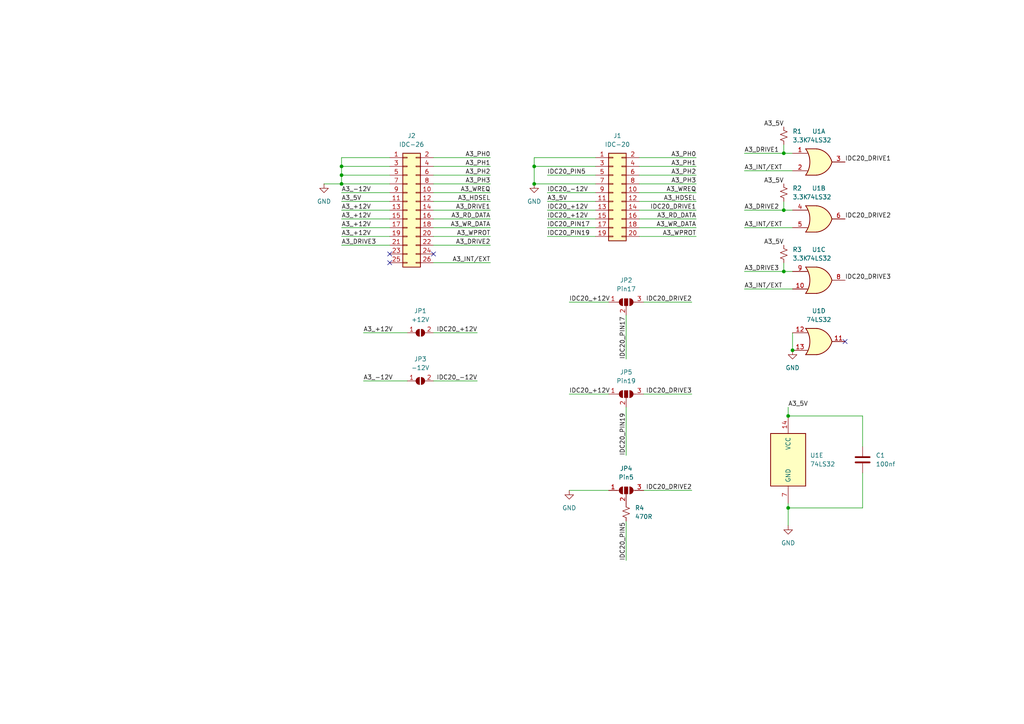
<source format=kicad_sch>
(kicad_sch
	(version 20231120)
	(generator "eeschema")
	(generator_version "8.0")
	(uuid "163d4287-7276-444e-b8da-db04cfc3db51")
	(paper "A4")
	(title_block
		(title "IDC-26 Adapter for Apple III")
		(date "2024-10-02")
		(rev "v1.0")
		(company "Chris Tersteeg")
	)
	(lib_symbols
		(symbol "74xx:74LS32"
			(pin_names
				(offset 1.016)
			)
			(exclude_from_sim no)
			(in_bom yes)
			(on_board yes)
			(property "Reference" "U"
				(at 0 1.27 0)
				(effects
					(font
						(size 1.27 1.27)
					)
				)
			)
			(property "Value" "74LS32"
				(at 0 -1.27 0)
				(effects
					(font
						(size 1.27 1.27)
					)
				)
			)
			(property "Footprint" ""
				(at 0 0 0)
				(effects
					(font
						(size 1.27 1.27)
					)
					(hide yes)
				)
			)
			(property "Datasheet" "http://www.ti.com/lit/gpn/sn74LS32"
				(at 0 0 0)
				(effects
					(font
						(size 1.27 1.27)
					)
					(hide yes)
				)
			)
			(property "Description" "Quad 2-input OR"
				(at 0 0 0)
				(effects
					(font
						(size 1.27 1.27)
					)
					(hide yes)
				)
			)
			(property "ki_locked" ""
				(at 0 0 0)
				(effects
					(font
						(size 1.27 1.27)
					)
				)
			)
			(property "ki_keywords" "TTL Or2"
				(at 0 0 0)
				(effects
					(font
						(size 1.27 1.27)
					)
					(hide yes)
				)
			)
			(property "ki_fp_filters" "DIP?14*"
				(at 0 0 0)
				(effects
					(font
						(size 1.27 1.27)
					)
					(hide yes)
				)
			)
			(symbol "74LS32_1_1"
				(arc
					(start -3.81 -3.81)
					(mid -2.589 0)
					(end -3.81 3.81)
					(stroke
						(width 0.254)
						(type default)
					)
					(fill
						(type none)
					)
				)
				(arc
					(start -0.6096 -3.81)
					(mid 2.1842 -2.5851)
					(end 3.81 0)
					(stroke
						(width 0.254)
						(type default)
					)
					(fill
						(type background)
					)
				)
				(polyline
					(pts
						(xy -3.81 -3.81) (xy -0.635 -3.81)
					)
					(stroke
						(width 0.254)
						(type default)
					)
					(fill
						(type background)
					)
				)
				(polyline
					(pts
						(xy -3.81 3.81) (xy -0.635 3.81)
					)
					(stroke
						(width 0.254)
						(type default)
					)
					(fill
						(type background)
					)
				)
				(polyline
					(pts
						(xy -0.635 3.81) (xy -3.81 3.81) (xy -3.81 3.81) (xy -3.556 3.4036) (xy -3.0226 2.2606) (xy -2.6924 1.0414)
						(xy -2.6162 -0.254) (xy -2.7686 -1.4986) (xy -3.175 -2.7178) (xy -3.81 -3.81) (xy -3.81 -3.81)
						(xy -0.635 -3.81)
					)
					(stroke
						(width -25.4)
						(type default)
					)
					(fill
						(type background)
					)
				)
				(arc
					(start 3.81 0)
					(mid 2.1915 2.5936)
					(end -0.6096 3.81)
					(stroke
						(width 0.254)
						(type default)
					)
					(fill
						(type background)
					)
				)
				(pin input line
					(at -7.62 2.54 0)
					(length 4.318)
					(name "~"
						(effects
							(font
								(size 1.27 1.27)
							)
						)
					)
					(number "1"
						(effects
							(font
								(size 1.27 1.27)
							)
						)
					)
				)
				(pin input line
					(at -7.62 -2.54 0)
					(length 4.318)
					(name "~"
						(effects
							(font
								(size 1.27 1.27)
							)
						)
					)
					(number "2"
						(effects
							(font
								(size 1.27 1.27)
							)
						)
					)
				)
				(pin output line
					(at 7.62 0 180)
					(length 3.81)
					(name "~"
						(effects
							(font
								(size 1.27 1.27)
							)
						)
					)
					(number "3"
						(effects
							(font
								(size 1.27 1.27)
							)
						)
					)
				)
			)
			(symbol "74LS32_1_2"
				(arc
					(start 0 -3.81)
					(mid 3.7934 0)
					(end 0 3.81)
					(stroke
						(width 0.254)
						(type default)
					)
					(fill
						(type background)
					)
				)
				(polyline
					(pts
						(xy 0 3.81) (xy -3.81 3.81) (xy -3.81 -3.81) (xy 0 -3.81)
					)
					(stroke
						(width 0.254)
						(type default)
					)
					(fill
						(type background)
					)
				)
				(pin input inverted
					(at -7.62 2.54 0)
					(length 3.81)
					(name "~"
						(effects
							(font
								(size 1.27 1.27)
							)
						)
					)
					(number "1"
						(effects
							(font
								(size 1.27 1.27)
							)
						)
					)
				)
				(pin input inverted
					(at -7.62 -2.54 0)
					(length 3.81)
					(name "~"
						(effects
							(font
								(size 1.27 1.27)
							)
						)
					)
					(number "2"
						(effects
							(font
								(size 1.27 1.27)
							)
						)
					)
				)
				(pin output inverted
					(at 7.62 0 180)
					(length 3.81)
					(name "~"
						(effects
							(font
								(size 1.27 1.27)
							)
						)
					)
					(number "3"
						(effects
							(font
								(size 1.27 1.27)
							)
						)
					)
				)
			)
			(symbol "74LS32_2_1"
				(arc
					(start -3.81 -3.81)
					(mid -2.589 0)
					(end -3.81 3.81)
					(stroke
						(width 0.254)
						(type default)
					)
					(fill
						(type none)
					)
				)
				(arc
					(start -0.6096 -3.81)
					(mid 2.1842 -2.5851)
					(end 3.81 0)
					(stroke
						(width 0.254)
						(type default)
					)
					(fill
						(type background)
					)
				)
				(polyline
					(pts
						(xy -3.81 -3.81) (xy -0.635 -3.81)
					)
					(stroke
						(width 0.254)
						(type default)
					)
					(fill
						(type background)
					)
				)
				(polyline
					(pts
						(xy -3.81 3.81) (xy -0.635 3.81)
					)
					(stroke
						(width 0.254)
						(type default)
					)
					(fill
						(type background)
					)
				)
				(polyline
					(pts
						(xy -0.635 3.81) (xy -3.81 3.81) (xy -3.81 3.81) (xy -3.556 3.4036) (xy -3.0226 2.2606) (xy -2.6924 1.0414)
						(xy -2.6162 -0.254) (xy -2.7686 -1.4986) (xy -3.175 -2.7178) (xy -3.81 -3.81) (xy -3.81 -3.81)
						(xy -0.635 -3.81)
					)
					(stroke
						(width -25.4)
						(type default)
					)
					(fill
						(type background)
					)
				)
				(arc
					(start 3.81 0)
					(mid 2.1915 2.5936)
					(end -0.6096 3.81)
					(stroke
						(width 0.254)
						(type default)
					)
					(fill
						(type background)
					)
				)
				(pin input line
					(at -7.62 2.54 0)
					(length 4.318)
					(name "~"
						(effects
							(font
								(size 1.27 1.27)
							)
						)
					)
					(number "4"
						(effects
							(font
								(size 1.27 1.27)
							)
						)
					)
				)
				(pin input line
					(at -7.62 -2.54 0)
					(length 4.318)
					(name "~"
						(effects
							(font
								(size 1.27 1.27)
							)
						)
					)
					(number "5"
						(effects
							(font
								(size 1.27 1.27)
							)
						)
					)
				)
				(pin output line
					(at 7.62 0 180)
					(length 3.81)
					(name "~"
						(effects
							(font
								(size 1.27 1.27)
							)
						)
					)
					(number "6"
						(effects
							(font
								(size 1.27 1.27)
							)
						)
					)
				)
			)
			(symbol "74LS32_2_2"
				(arc
					(start 0 -3.81)
					(mid 3.7934 0)
					(end 0 3.81)
					(stroke
						(width 0.254)
						(type default)
					)
					(fill
						(type background)
					)
				)
				(polyline
					(pts
						(xy 0 3.81) (xy -3.81 3.81) (xy -3.81 -3.81) (xy 0 -3.81)
					)
					(stroke
						(width 0.254)
						(type default)
					)
					(fill
						(type background)
					)
				)
				(pin input inverted
					(at -7.62 2.54 0)
					(length 3.81)
					(name "~"
						(effects
							(font
								(size 1.27 1.27)
							)
						)
					)
					(number "4"
						(effects
							(font
								(size 1.27 1.27)
							)
						)
					)
				)
				(pin input inverted
					(at -7.62 -2.54 0)
					(length 3.81)
					(name "~"
						(effects
							(font
								(size 1.27 1.27)
							)
						)
					)
					(number "5"
						(effects
							(font
								(size 1.27 1.27)
							)
						)
					)
				)
				(pin output inverted
					(at 7.62 0 180)
					(length 3.81)
					(name "~"
						(effects
							(font
								(size 1.27 1.27)
							)
						)
					)
					(number "6"
						(effects
							(font
								(size 1.27 1.27)
							)
						)
					)
				)
			)
			(symbol "74LS32_3_1"
				(arc
					(start -3.81 -3.81)
					(mid -2.589 0)
					(end -3.81 3.81)
					(stroke
						(width 0.254)
						(type default)
					)
					(fill
						(type none)
					)
				)
				(arc
					(start -0.6096 -3.81)
					(mid 2.1842 -2.5851)
					(end 3.81 0)
					(stroke
						(width 0.254)
						(type default)
					)
					(fill
						(type background)
					)
				)
				(polyline
					(pts
						(xy -3.81 -3.81) (xy -0.635 -3.81)
					)
					(stroke
						(width 0.254)
						(type default)
					)
					(fill
						(type background)
					)
				)
				(polyline
					(pts
						(xy -3.81 3.81) (xy -0.635 3.81)
					)
					(stroke
						(width 0.254)
						(type default)
					)
					(fill
						(type background)
					)
				)
				(polyline
					(pts
						(xy -0.635 3.81) (xy -3.81 3.81) (xy -3.81 3.81) (xy -3.556 3.4036) (xy -3.0226 2.2606) (xy -2.6924 1.0414)
						(xy -2.6162 -0.254) (xy -2.7686 -1.4986) (xy -3.175 -2.7178) (xy -3.81 -3.81) (xy -3.81 -3.81)
						(xy -0.635 -3.81)
					)
					(stroke
						(width -25.4)
						(type default)
					)
					(fill
						(type background)
					)
				)
				(arc
					(start 3.81 0)
					(mid 2.1915 2.5936)
					(end -0.6096 3.81)
					(stroke
						(width 0.254)
						(type default)
					)
					(fill
						(type background)
					)
				)
				(pin input line
					(at -7.62 -2.54 0)
					(length 4.318)
					(name "~"
						(effects
							(font
								(size 1.27 1.27)
							)
						)
					)
					(number "10"
						(effects
							(font
								(size 1.27 1.27)
							)
						)
					)
				)
				(pin output line
					(at 7.62 0 180)
					(length 3.81)
					(name "~"
						(effects
							(font
								(size 1.27 1.27)
							)
						)
					)
					(number "8"
						(effects
							(font
								(size 1.27 1.27)
							)
						)
					)
				)
				(pin input line
					(at -7.62 2.54 0)
					(length 4.318)
					(name "~"
						(effects
							(font
								(size 1.27 1.27)
							)
						)
					)
					(number "9"
						(effects
							(font
								(size 1.27 1.27)
							)
						)
					)
				)
			)
			(symbol "74LS32_3_2"
				(arc
					(start 0 -3.81)
					(mid 3.7934 0)
					(end 0 3.81)
					(stroke
						(width 0.254)
						(type default)
					)
					(fill
						(type background)
					)
				)
				(polyline
					(pts
						(xy 0 3.81) (xy -3.81 3.81) (xy -3.81 -3.81) (xy 0 -3.81)
					)
					(stroke
						(width 0.254)
						(type default)
					)
					(fill
						(type background)
					)
				)
				(pin input inverted
					(at -7.62 -2.54 0)
					(length 3.81)
					(name "~"
						(effects
							(font
								(size 1.27 1.27)
							)
						)
					)
					(number "10"
						(effects
							(font
								(size 1.27 1.27)
							)
						)
					)
				)
				(pin output inverted
					(at 7.62 0 180)
					(length 3.81)
					(name "~"
						(effects
							(font
								(size 1.27 1.27)
							)
						)
					)
					(number "8"
						(effects
							(font
								(size 1.27 1.27)
							)
						)
					)
				)
				(pin input inverted
					(at -7.62 2.54 0)
					(length 3.81)
					(name "~"
						(effects
							(font
								(size 1.27 1.27)
							)
						)
					)
					(number "9"
						(effects
							(font
								(size 1.27 1.27)
							)
						)
					)
				)
			)
			(symbol "74LS32_4_1"
				(arc
					(start -3.81 -3.81)
					(mid -2.589 0)
					(end -3.81 3.81)
					(stroke
						(width 0.254)
						(type default)
					)
					(fill
						(type none)
					)
				)
				(arc
					(start -0.6096 -3.81)
					(mid 2.1842 -2.5851)
					(end 3.81 0)
					(stroke
						(width 0.254)
						(type default)
					)
					(fill
						(type background)
					)
				)
				(polyline
					(pts
						(xy -3.81 -3.81) (xy -0.635 -3.81)
					)
					(stroke
						(width 0.254)
						(type default)
					)
					(fill
						(type background)
					)
				)
				(polyline
					(pts
						(xy -3.81 3.81) (xy -0.635 3.81)
					)
					(stroke
						(width 0.254)
						(type default)
					)
					(fill
						(type background)
					)
				)
				(polyline
					(pts
						(xy -0.635 3.81) (xy -3.81 3.81) (xy -3.81 3.81) (xy -3.556 3.4036) (xy -3.0226 2.2606) (xy -2.6924 1.0414)
						(xy -2.6162 -0.254) (xy -2.7686 -1.4986) (xy -3.175 -2.7178) (xy -3.81 -3.81) (xy -3.81 -3.81)
						(xy -0.635 -3.81)
					)
					(stroke
						(width -25.4)
						(type default)
					)
					(fill
						(type background)
					)
				)
				(arc
					(start 3.81 0)
					(mid 2.1915 2.5936)
					(end -0.6096 3.81)
					(stroke
						(width 0.254)
						(type default)
					)
					(fill
						(type background)
					)
				)
				(pin output line
					(at 7.62 0 180)
					(length 3.81)
					(name "~"
						(effects
							(font
								(size 1.27 1.27)
							)
						)
					)
					(number "11"
						(effects
							(font
								(size 1.27 1.27)
							)
						)
					)
				)
				(pin input line
					(at -7.62 2.54 0)
					(length 4.318)
					(name "~"
						(effects
							(font
								(size 1.27 1.27)
							)
						)
					)
					(number "12"
						(effects
							(font
								(size 1.27 1.27)
							)
						)
					)
				)
				(pin input line
					(at -7.62 -2.54 0)
					(length 4.318)
					(name "~"
						(effects
							(font
								(size 1.27 1.27)
							)
						)
					)
					(number "13"
						(effects
							(font
								(size 1.27 1.27)
							)
						)
					)
				)
			)
			(symbol "74LS32_4_2"
				(arc
					(start 0 -3.81)
					(mid 3.7934 0)
					(end 0 3.81)
					(stroke
						(width 0.254)
						(type default)
					)
					(fill
						(type background)
					)
				)
				(polyline
					(pts
						(xy 0 3.81) (xy -3.81 3.81) (xy -3.81 -3.81) (xy 0 -3.81)
					)
					(stroke
						(width 0.254)
						(type default)
					)
					(fill
						(type background)
					)
				)
				(pin output inverted
					(at 7.62 0 180)
					(length 3.81)
					(name "~"
						(effects
							(font
								(size 1.27 1.27)
							)
						)
					)
					(number "11"
						(effects
							(font
								(size 1.27 1.27)
							)
						)
					)
				)
				(pin input inverted
					(at -7.62 2.54 0)
					(length 3.81)
					(name "~"
						(effects
							(font
								(size 1.27 1.27)
							)
						)
					)
					(number "12"
						(effects
							(font
								(size 1.27 1.27)
							)
						)
					)
				)
				(pin input inverted
					(at -7.62 -2.54 0)
					(length 3.81)
					(name "~"
						(effects
							(font
								(size 1.27 1.27)
							)
						)
					)
					(number "13"
						(effects
							(font
								(size 1.27 1.27)
							)
						)
					)
				)
			)
			(symbol "74LS32_5_0"
				(pin power_in line
					(at 0 12.7 270)
					(length 5.08)
					(name "VCC"
						(effects
							(font
								(size 1.27 1.27)
							)
						)
					)
					(number "14"
						(effects
							(font
								(size 1.27 1.27)
							)
						)
					)
				)
				(pin power_in line
					(at 0 -12.7 90)
					(length 5.08)
					(name "GND"
						(effects
							(font
								(size 1.27 1.27)
							)
						)
					)
					(number "7"
						(effects
							(font
								(size 1.27 1.27)
							)
						)
					)
				)
			)
			(symbol "74LS32_5_1"
				(rectangle
					(start -5.08 7.62)
					(end 5.08 -7.62)
					(stroke
						(width 0.254)
						(type default)
					)
					(fill
						(type background)
					)
				)
			)
		)
		(symbol "Connector_Generic:Conn_02x10_Odd_Even"
			(pin_names
				(offset 1.016) hide)
			(exclude_from_sim no)
			(in_bom yes)
			(on_board yes)
			(property "Reference" "J"
				(at 1.27 12.7 0)
				(effects
					(font
						(size 1.27 1.27)
					)
				)
			)
			(property "Value" "Conn_02x10_Odd_Even"
				(at 1.27 -15.24 0)
				(effects
					(font
						(size 1.27 1.27)
					)
				)
			)
			(property "Footprint" ""
				(at 0 0 0)
				(effects
					(font
						(size 1.27 1.27)
					)
					(hide yes)
				)
			)
			(property "Datasheet" "~"
				(at 0 0 0)
				(effects
					(font
						(size 1.27 1.27)
					)
					(hide yes)
				)
			)
			(property "Description" "Generic connector, double row, 02x10, odd/even pin numbering scheme (row 1 odd numbers, row 2 even numbers), script generated (kicad-library-utils/schlib/autogen/connector/)"
				(at 0 0 0)
				(effects
					(font
						(size 1.27 1.27)
					)
					(hide yes)
				)
			)
			(property "ki_keywords" "connector"
				(at 0 0 0)
				(effects
					(font
						(size 1.27 1.27)
					)
					(hide yes)
				)
			)
			(property "ki_fp_filters" "Connector*:*_2x??_*"
				(at 0 0 0)
				(effects
					(font
						(size 1.27 1.27)
					)
					(hide yes)
				)
			)
			(symbol "Conn_02x10_Odd_Even_1_1"
				(rectangle
					(start -1.27 -12.573)
					(end 0 -12.827)
					(stroke
						(width 0.1524)
						(type default)
					)
					(fill
						(type none)
					)
				)
				(rectangle
					(start -1.27 -10.033)
					(end 0 -10.287)
					(stroke
						(width 0.1524)
						(type default)
					)
					(fill
						(type none)
					)
				)
				(rectangle
					(start -1.27 -7.493)
					(end 0 -7.747)
					(stroke
						(width 0.1524)
						(type default)
					)
					(fill
						(type none)
					)
				)
				(rectangle
					(start -1.27 -4.953)
					(end 0 -5.207)
					(stroke
						(width 0.1524)
						(type default)
					)
					(fill
						(type none)
					)
				)
				(rectangle
					(start -1.27 -2.413)
					(end 0 -2.667)
					(stroke
						(width 0.1524)
						(type default)
					)
					(fill
						(type none)
					)
				)
				(rectangle
					(start -1.27 0.127)
					(end 0 -0.127)
					(stroke
						(width 0.1524)
						(type default)
					)
					(fill
						(type none)
					)
				)
				(rectangle
					(start -1.27 2.667)
					(end 0 2.413)
					(stroke
						(width 0.1524)
						(type default)
					)
					(fill
						(type none)
					)
				)
				(rectangle
					(start -1.27 5.207)
					(end 0 4.953)
					(stroke
						(width 0.1524)
						(type default)
					)
					(fill
						(type none)
					)
				)
				(rectangle
					(start -1.27 7.747)
					(end 0 7.493)
					(stroke
						(width 0.1524)
						(type default)
					)
					(fill
						(type none)
					)
				)
				(rectangle
					(start -1.27 10.287)
					(end 0 10.033)
					(stroke
						(width 0.1524)
						(type default)
					)
					(fill
						(type none)
					)
				)
				(rectangle
					(start -1.27 11.43)
					(end 3.81 -13.97)
					(stroke
						(width 0.254)
						(type default)
					)
					(fill
						(type background)
					)
				)
				(rectangle
					(start 3.81 -12.573)
					(end 2.54 -12.827)
					(stroke
						(width 0.1524)
						(type default)
					)
					(fill
						(type none)
					)
				)
				(rectangle
					(start 3.81 -10.033)
					(end 2.54 -10.287)
					(stroke
						(width 0.1524)
						(type default)
					)
					(fill
						(type none)
					)
				)
				(rectangle
					(start 3.81 -7.493)
					(end 2.54 -7.747)
					(stroke
						(width 0.1524)
						(type default)
					)
					(fill
						(type none)
					)
				)
				(rectangle
					(start 3.81 -4.953)
					(end 2.54 -5.207)
					(stroke
						(width 0.1524)
						(type default)
					)
					(fill
						(type none)
					)
				)
				(rectangle
					(start 3.81 -2.413)
					(end 2.54 -2.667)
					(stroke
						(width 0.1524)
						(type default)
					)
					(fill
						(type none)
					)
				)
				(rectangle
					(start 3.81 0.127)
					(end 2.54 -0.127)
					(stroke
						(width 0.1524)
						(type default)
					)
					(fill
						(type none)
					)
				)
				(rectangle
					(start 3.81 2.667)
					(end 2.54 2.413)
					(stroke
						(width 0.1524)
						(type default)
					)
					(fill
						(type none)
					)
				)
				(rectangle
					(start 3.81 5.207)
					(end 2.54 4.953)
					(stroke
						(width 0.1524)
						(type default)
					)
					(fill
						(type none)
					)
				)
				(rectangle
					(start 3.81 7.747)
					(end 2.54 7.493)
					(stroke
						(width 0.1524)
						(type default)
					)
					(fill
						(type none)
					)
				)
				(rectangle
					(start 3.81 10.287)
					(end 2.54 10.033)
					(stroke
						(width 0.1524)
						(type default)
					)
					(fill
						(type none)
					)
				)
				(pin passive line
					(at -5.08 10.16 0)
					(length 3.81)
					(name "Pin_1"
						(effects
							(font
								(size 1.27 1.27)
							)
						)
					)
					(number "1"
						(effects
							(font
								(size 1.27 1.27)
							)
						)
					)
				)
				(pin passive line
					(at 7.62 0 180)
					(length 3.81)
					(name "Pin_10"
						(effects
							(font
								(size 1.27 1.27)
							)
						)
					)
					(number "10"
						(effects
							(font
								(size 1.27 1.27)
							)
						)
					)
				)
				(pin passive line
					(at -5.08 -2.54 0)
					(length 3.81)
					(name "Pin_11"
						(effects
							(font
								(size 1.27 1.27)
							)
						)
					)
					(number "11"
						(effects
							(font
								(size 1.27 1.27)
							)
						)
					)
				)
				(pin passive line
					(at 7.62 -2.54 180)
					(length 3.81)
					(name "Pin_12"
						(effects
							(font
								(size 1.27 1.27)
							)
						)
					)
					(number "12"
						(effects
							(font
								(size 1.27 1.27)
							)
						)
					)
				)
				(pin passive line
					(at -5.08 -5.08 0)
					(length 3.81)
					(name "Pin_13"
						(effects
							(font
								(size 1.27 1.27)
							)
						)
					)
					(number "13"
						(effects
							(font
								(size 1.27 1.27)
							)
						)
					)
				)
				(pin passive line
					(at 7.62 -5.08 180)
					(length 3.81)
					(name "Pin_14"
						(effects
							(font
								(size 1.27 1.27)
							)
						)
					)
					(number "14"
						(effects
							(font
								(size 1.27 1.27)
							)
						)
					)
				)
				(pin passive line
					(at -5.08 -7.62 0)
					(length 3.81)
					(name "Pin_15"
						(effects
							(font
								(size 1.27 1.27)
							)
						)
					)
					(number "15"
						(effects
							(font
								(size 1.27 1.27)
							)
						)
					)
				)
				(pin passive line
					(at 7.62 -7.62 180)
					(length 3.81)
					(name "Pin_16"
						(effects
							(font
								(size 1.27 1.27)
							)
						)
					)
					(number "16"
						(effects
							(font
								(size 1.27 1.27)
							)
						)
					)
				)
				(pin passive line
					(at -5.08 -10.16 0)
					(length 3.81)
					(name "Pin_17"
						(effects
							(font
								(size 1.27 1.27)
							)
						)
					)
					(number "17"
						(effects
							(font
								(size 1.27 1.27)
							)
						)
					)
				)
				(pin passive line
					(at 7.62 -10.16 180)
					(length 3.81)
					(name "Pin_18"
						(effects
							(font
								(size 1.27 1.27)
							)
						)
					)
					(number "18"
						(effects
							(font
								(size 1.27 1.27)
							)
						)
					)
				)
				(pin passive line
					(at -5.08 -12.7 0)
					(length 3.81)
					(name "Pin_19"
						(effects
							(font
								(size 1.27 1.27)
							)
						)
					)
					(number "19"
						(effects
							(font
								(size 1.27 1.27)
							)
						)
					)
				)
				(pin passive line
					(at 7.62 10.16 180)
					(length 3.81)
					(name "Pin_2"
						(effects
							(font
								(size 1.27 1.27)
							)
						)
					)
					(number "2"
						(effects
							(font
								(size 1.27 1.27)
							)
						)
					)
				)
				(pin passive line
					(at 7.62 -12.7 180)
					(length 3.81)
					(name "Pin_20"
						(effects
							(font
								(size 1.27 1.27)
							)
						)
					)
					(number "20"
						(effects
							(font
								(size 1.27 1.27)
							)
						)
					)
				)
				(pin passive line
					(at -5.08 7.62 0)
					(length 3.81)
					(name "Pin_3"
						(effects
							(font
								(size 1.27 1.27)
							)
						)
					)
					(number "3"
						(effects
							(font
								(size 1.27 1.27)
							)
						)
					)
				)
				(pin passive line
					(at 7.62 7.62 180)
					(length 3.81)
					(name "Pin_4"
						(effects
							(font
								(size 1.27 1.27)
							)
						)
					)
					(number "4"
						(effects
							(font
								(size 1.27 1.27)
							)
						)
					)
				)
				(pin passive line
					(at -5.08 5.08 0)
					(length 3.81)
					(name "Pin_5"
						(effects
							(font
								(size 1.27 1.27)
							)
						)
					)
					(number "5"
						(effects
							(font
								(size 1.27 1.27)
							)
						)
					)
				)
				(pin passive line
					(at 7.62 5.08 180)
					(length 3.81)
					(name "Pin_6"
						(effects
							(font
								(size 1.27 1.27)
							)
						)
					)
					(number "6"
						(effects
							(font
								(size 1.27 1.27)
							)
						)
					)
				)
				(pin passive line
					(at -5.08 2.54 0)
					(length 3.81)
					(name "Pin_7"
						(effects
							(font
								(size 1.27 1.27)
							)
						)
					)
					(number "7"
						(effects
							(font
								(size 1.27 1.27)
							)
						)
					)
				)
				(pin passive line
					(at 7.62 2.54 180)
					(length 3.81)
					(name "Pin_8"
						(effects
							(font
								(size 1.27 1.27)
							)
						)
					)
					(number "8"
						(effects
							(font
								(size 1.27 1.27)
							)
						)
					)
				)
				(pin passive line
					(at -5.08 0 0)
					(length 3.81)
					(name "Pin_9"
						(effects
							(font
								(size 1.27 1.27)
							)
						)
					)
					(number "9"
						(effects
							(font
								(size 1.27 1.27)
							)
						)
					)
				)
			)
		)
		(symbol "Connector_Generic:Conn_02x13_Odd_Even"
			(pin_names
				(offset 1.016) hide)
			(exclude_from_sim no)
			(in_bom yes)
			(on_board yes)
			(property "Reference" "J"
				(at 1.27 17.78 0)
				(effects
					(font
						(size 1.27 1.27)
					)
				)
			)
			(property "Value" "Conn_02x13_Odd_Even"
				(at 1.27 -17.78 0)
				(effects
					(font
						(size 1.27 1.27)
					)
				)
			)
			(property "Footprint" ""
				(at 0 0 0)
				(effects
					(font
						(size 1.27 1.27)
					)
					(hide yes)
				)
			)
			(property "Datasheet" "~"
				(at 0 0 0)
				(effects
					(font
						(size 1.27 1.27)
					)
					(hide yes)
				)
			)
			(property "Description" "Generic connector, double row, 02x13, odd/even pin numbering scheme (row 1 odd numbers, row 2 even numbers), script generated (kicad-library-utils/schlib/autogen/connector/)"
				(at 0 0 0)
				(effects
					(font
						(size 1.27 1.27)
					)
					(hide yes)
				)
			)
			(property "ki_keywords" "connector"
				(at 0 0 0)
				(effects
					(font
						(size 1.27 1.27)
					)
					(hide yes)
				)
			)
			(property "ki_fp_filters" "Connector*:*_2x??_*"
				(at 0 0 0)
				(effects
					(font
						(size 1.27 1.27)
					)
					(hide yes)
				)
			)
			(symbol "Conn_02x13_Odd_Even_1_1"
				(rectangle
					(start -1.27 -15.113)
					(end 0 -15.367)
					(stroke
						(width 0.1524)
						(type default)
					)
					(fill
						(type none)
					)
				)
				(rectangle
					(start -1.27 -12.573)
					(end 0 -12.827)
					(stroke
						(width 0.1524)
						(type default)
					)
					(fill
						(type none)
					)
				)
				(rectangle
					(start -1.27 -10.033)
					(end 0 -10.287)
					(stroke
						(width 0.1524)
						(type default)
					)
					(fill
						(type none)
					)
				)
				(rectangle
					(start -1.27 -7.493)
					(end 0 -7.747)
					(stroke
						(width 0.1524)
						(type default)
					)
					(fill
						(type none)
					)
				)
				(rectangle
					(start -1.27 -4.953)
					(end 0 -5.207)
					(stroke
						(width 0.1524)
						(type default)
					)
					(fill
						(type none)
					)
				)
				(rectangle
					(start -1.27 -2.413)
					(end 0 -2.667)
					(stroke
						(width 0.1524)
						(type default)
					)
					(fill
						(type none)
					)
				)
				(rectangle
					(start -1.27 0.127)
					(end 0 -0.127)
					(stroke
						(width 0.1524)
						(type default)
					)
					(fill
						(type none)
					)
				)
				(rectangle
					(start -1.27 2.667)
					(end 0 2.413)
					(stroke
						(width 0.1524)
						(type default)
					)
					(fill
						(type none)
					)
				)
				(rectangle
					(start -1.27 5.207)
					(end 0 4.953)
					(stroke
						(width 0.1524)
						(type default)
					)
					(fill
						(type none)
					)
				)
				(rectangle
					(start -1.27 7.747)
					(end 0 7.493)
					(stroke
						(width 0.1524)
						(type default)
					)
					(fill
						(type none)
					)
				)
				(rectangle
					(start -1.27 10.287)
					(end 0 10.033)
					(stroke
						(width 0.1524)
						(type default)
					)
					(fill
						(type none)
					)
				)
				(rectangle
					(start -1.27 12.827)
					(end 0 12.573)
					(stroke
						(width 0.1524)
						(type default)
					)
					(fill
						(type none)
					)
				)
				(rectangle
					(start -1.27 15.367)
					(end 0 15.113)
					(stroke
						(width 0.1524)
						(type default)
					)
					(fill
						(type none)
					)
				)
				(rectangle
					(start -1.27 16.51)
					(end 3.81 -16.51)
					(stroke
						(width 0.254)
						(type default)
					)
					(fill
						(type background)
					)
				)
				(rectangle
					(start 3.81 -15.113)
					(end 2.54 -15.367)
					(stroke
						(width 0.1524)
						(type default)
					)
					(fill
						(type none)
					)
				)
				(rectangle
					(start 3.81 -12.573)
					(end 2.54 -12.827)
					(stroke
						(width 0.1524)
						(type default)
					)
					(fill
						(type none)
					)
				)
				(rectangle
					(start 3.81 -10.033)
					(end 2.54 -10.287)
					(stroke
						(width 0.1524)
						(type default)
					)
					(fill
						(type none)
					)
				)
				(rectangle
					(start 3.81 -7.493)
					(end 2.54 -7.747)
					(stroke
						(width 0.1524)
						(type default)
					)
					(fill
						(type none)
					)
				)
				(rectangle
					(start 3.81 -4.953)
					(end 2.54 -5.207)
					(stroke
						(width 0.1524)
						(type default)
					)
					(fill
						(type none)
					)
				)
				(rectangle
					(start 3.81 -2.413)
					(end 2.54 -2.667)
					(stroke
						(width 0.1524)
						(type default)
					)
					(fill
						(type none)
					)
				)
				(rectangle
					(start 3.81 0.127)
					(end 2.54 -0.127)
					(stroke
						(width 0.1524)
						(type default)
					)
					(fill
						(type none)
					)
				)
				(rectangle
					(start 3.81 2.667)
					(end 2.54 2.413)
					(stroke
						(width 0.1524)
						(type default)
					)
					(fill
						(type none)
					)
				)
				(rectangle
					(start 3.81 5.207)
					(end 2.54 4.953)
					(stroke
						(width 0.1524)
						(type default)
					)
					(fill
						(type none)
					)
				)
				(rectangle
					(start 3.81 7.747)
					(end 2.54 7.493)
					(stroke
						(width 0.1524)
						(type default)
					)
					(fill
						(type none)
					)
				)
				(rectangle
					(start 3.81 10.287)
					(end 2.54 10.033)
					(stroke
						(width 0.1524)
						(type default)
					)
					(fill
						(type none)
					)
				)
				(rectangle
					(start 3.81 12.827)
					(end 2.54 12.573)
					(stroke
						(width 0.1524)
						(type default)
					)
					(fill
						(type none)
					)
				)
				(rectangle
					(start 3.81 15.367)
					(end 2.54 15.113)
					(stroke
						(width 0.1524)
						(type default)
					)
					(fill
						(type none)
					)
				)
				(pin passive line
					(at -5.08 15.24 0)
					(length 3.81)
					(name "Pin_1"
						(effects
							(font
								(size 1.27 1.27)
							)
						)
					)
					(number "1"
						(effects
							(font
								(size 1.27 1.27)
							)
						)
					)
				)
				(pin passive line
					(at 7.62 5.08 180)
					(length 3.81)
					(name "Pin_10"
						(effects
							(font
								(size 1.27 1.27)
							)
						)
					)
					(number "10"
						(effects
							(font
								(size 1.27 1.27)
							)
						)
					)
				)
				(pin passive line
					(at -5.08 2.54 0)
					(length 3.81)
					(name "Pin_11"
						(effects
							(font
								(size 1.27 1.27)
							)
						)
					)
					(number "11"
						(effects
							(font
								(size 1.27 1.27)
							)
						)
					)
				)
				(pin passive line
					(at 7.62 2.54 180)
					(length 3.81)
					(name "Pin_12"
						(effects
							(font
								(size 1.27 1.27)
							)
						)
					)
					(number "12"
						(effects
							(font
								(size 1.27 1.27)
							)
						)
					)
				)
				(pin passive line
					(at -5.08 0 0)
					(length 3.81)
					(name "Pin_13"
						(effects
							(font
								(size 1.27 1.27)
							)
						)
					)
					(number "13"
						(effects
							(font
								(size 1.27 1.27)
							)
						)
					)
				)
				(pin passive line
					(at 7.62 0 180)
					(length 3.81)
					(name "Pin_14"
						(effects
							(font
								(size 1.27 1.27)
							)
						)
					)
					(number "14"
						(effects
							(font
								(size 1.27 1.27)
							)
						)
					)
				)
				(pin passive line
					(at -5.08 -2.54 0)
					(length 3.81)
					(name "Pin_15"
						(effects
							(font
								(size 1.27 1.27)
							)
						)
					)
					(number "15"
						(effects
							(font
								(size 1.27 1.27)
							)
						)
					)
				)
				(pin passive line
					(at 7.62 -2.54 180)
					(length 3.81)
					(name "Pin_16"
						(effects
							(font
								(size 1.27 1.27)
							)
						)
					)
					(number "16"
						(effects
							(font
								(size 1.27 1.27)
							)
						)
					)
				)
				(pin passive line
					(at -5.08 -5.08 0)
					(length 3.81)
					(name "Pin_17"
						(effects
							(font
								(size 1.27 1.27)
							)
						)
					)
					(number "17"
						(effects
							(font
								(size 1.27 1.27)
							)
						)
					)
				)
				(pin passive line
					(at 7.62 -5.08 180)
					(length 3.81)
					(name "Pin_18"
						(effects
							(font
								(size 1.27 1.27)
							)
						)
					)
					(number "18"
						(effects
							(font
								(size 1.27 1.27)
							)
						)
					)
				)
				(pin passive line
					(at -5.08 -7.62 0)
					(length 3.81)
					(name "Pin_19"
						(effects
							(font
								(size 1.27 1.27)
							)
						)
					)
					(number "19"
						(effects
							(font
								(size 1.27 1.27)
							)
						)
					)
				)
				(pin passive line
					(at 7.62 15.24 180)
					(length 3.81)
					(name "Pin_2"
						(effects
							(font
								(size 1.27 1.27)
							)
						)
					)
					(number "2"
						(effects
							(font
								(size 1.27 1.27)
							)
						)
					)
				)
				(pin passive line
					(at 7.62 -7.62 180)
					(length 3.81)
					(name "Pin_20"
						(effects
							(font
								(size 1.27 1.27)
							)
						)
					)
					(number "20"
						(effects
							(font
								(size 1.27 1.27)
							)
						)
					)
				)
				(pin passive line
					(at -5.08 -10.16 0)
					(length 3.81)
					(name "Pin_21"
						(effects
							(font
								(size 1.27 1.27)
							)
						)
					)
					(number "21"
						(effects
							(font
								(size 1.27 1.27)
							)
						)
					)
				)
				(pin passive line
					(at 7.62 -10.16 180)
					(length 3.81)
					(name "Pin_22"
						(effects
							(font
								(size 1.27 1.27)
							)
						)
					)
					(number "22"
						(effects
							(font
								(size 1.27 1.27)
							)
						)
					)
				)
				(pin passive line
					(at -5.08 -12.7 0)
					(length 3.81)
					(name "Pin_23"
						(effects
							(font
								(size 1.27 1.27)
							)
						)
					)
					(number "23"
						(effects
							(font
								(size 1.27 1.27)
							)
						)
					)
				)
				(pin passive line
					(at 7.62 -12.7 180)
					(length 3.81)
					(name "Pin_24"
						(effects
							(font
								(size 1.27 1.27)
							)
						)
					)
					(number "24"
						(effects
							(font
								(size 1.27 1.27)
							)
						)
					)
				)
				(pin passive line
					(at -5.08 -15.24 0)
					(length 3.81)
					(name "Pin_25"
						(effects
							(font
								(size 1.27 1.27)
							)
						)
					)
					(number "25"
						(effects
							(font
								(size 1.27 1.27)
							)
						)
					)
				)
				(pin passive line
					(at 7.62 -15.24 180)
					(length 3.81)
					(name "Pin_26"
						(effects
							(font
								(size 1.27 1.27)
							)
						)
					)
					(number "26"
						(effects
							(font
								(size 1.27 1.27)
							)
						)
					)
				)
				(pin passive line
					(at -5.08 12.7 0)
					(length 3.81)
					(name "Pin_3"
						(effects
							(font
								(size 1.27 1.27)
							)
						)
					)
					(number "3"
						(effects
							(font
								(size 1.27 1.27)
							)
						)
					)
				)
				(pin passive line
					(at 7.62 12.7 180)
					(length 3.81)
					(name "Pin_4"
						(effects
							(font
								(size 1.27 1.27)
							)
						)
					)
					(number "4"
						(effects
							(font
								(size 1.27 1.27)
							)
						)
					)
				)
				(pin passive line
					(at -5.08 10.16 0)
					(length 3.81)
					(name "Pin_5"
						(effects
							(font
								(size 1.27 1.27)
							)
						)
					)
					(number "5"
						(effects
							(font
								(size 1.27 1.27)
							)
						)
					)
				)
				(pin passive line
					(at 7.62 10.16 180)
					(length 3.81)
					(name "Pin_6"
						(effects
							(font
								(size 1.27 1.27)
							)
						)
					)
					(number "6"
						(effects
							(font
								(size 1.27 1.27)
							)
						)
					)
				)
				(pin passive line
					(at -5.08 7.62 0)
					(length 3.81)
					(name "Pin_7"
						(effects
							(font
								(size 1.27 1.27)
							)
						)
					)
					(number "7"
						(effects
							(font
								(size 1.27 1.27)
							)
						)
					)
				)
				(pin passive line
					(at 7.62 7.62 180)
					(length 3.81)
					(name "Pin_8"
						(effects
							(font
								(size 1.27 1.27)
							)
						)
					)
					(number "8"
						(effects
							(font
								(size 1.27 1.27)
							)
						)
					)
				)
				(pin passive line
					(at -5.08 5.08 0)
					(length 3.81)
					(name "Pin_9"
						(effects
							(font
								(size 1.27 1.27)
							)
						)
					)
					(number "9"
						(effects
							(font
								(size 1.27 1.27)
							)
						)
					)
				)
			)
		)
		(symbol "Device:C"
			(pin_numbers hide)
			(pin_names
				(offset 0.254)
			)
			(exclude_from_sim no)
			(in_bom yes)
			(on_board yes)
			(property "Reference" "C"
				(at 0.635 2.54 0)
				(effects
					(font
						(size 1.27 1.27)
					)
					(justify left)
				)
			)
			(property "Value" "C"
				(at 0.635 -2.54 0)
				(effects
					(font
						(size 1.27 1.27)
					)
					(justify left)
				)
			)
			(property "Footprint" ""
				(at 0.9652 -3.81 0)
				(effects
					(font
						(size 1.27 1.27)
					)
					(hide yes)
				)
			)
			(property "Datasheet" "~"
				(at 0 0 0)
				(effects
					(font
						(size 1.27 1.27)
					)
					(hide yes)
				)
			)
			(property "Description" "Unpolarized capacitor"
				(at 0 0 0)
				(effects
					(font
						(size 1.27 1.27)
					)
					(hide yes)
				)
			)
			(property "ki_keywords" "cap capacitor"
				(at 0 0 0)
				(effects
					(font
						(size 1.27 1.27)
					)
					(hide yes)
				)
			)
			(property "ki_fp_filters" "C_*"
				(at 0 0 0)
				(effects
					(font
						(size 1.27 1.27)
					)
					(hide yes)
				)
			)
			(symbol "C_0_1"
				(polyline
					(pts
						(xy -2.032 -0.762) (xy 2.032 -0.762)
					)
					(stroke
						(width 0.508)
						(type default)
					)
					(fill
						(type none)
					)
				)
				(polyline
					(pts
						(xy -2.032 0.762) (xy 2.032 0.762)
					)
					(stroke
						(width 0.508)
						(type default)
					)
					(fill
						(type none)
					)
				)
			)
			(symbol "C_1_1"
				(pin passive line
					(at 0 3.81 270)
					(length 2.794)
					(name "~"
						(effects
							(font
								(size 1.27 1.27)
							)
						)
					)
					(number "1"
						(effects
							(font
								(size 1.27 1.27)
							)
						)
					)
				)
				(pin passive line
					(at 0 -3.81 90)
					(length 2.794)
					(name "~"
						(effects
							(font
								(size 1.27 1.27)
							)
						)
					)
					(number "2"
						(effects
							(font
								(size 1.27 1.27)
							)
						)
					)
				)
			)
		)
		(symbol "Device:R_Small_US"
			(pin_numbers hide)
			(pin_names
				(offset 0.254) hide)
			(exclude_from_sim no)
			(in_bom yes)
			(on_board yes)
			(property "Reference" "R"
				(at 0.762 0.508 0)
				(effects
					(font
						(size 1.27 1.27)
					)
					(justify left)
				)
			)
			(property "Value" "R_Small_US"
				(at 0.762 -1.016 0)
				(effects
					(font
						(size 1.27 1.27)
					)
					(justify left)
				)
			)
			(property "Footprint" ""
				(at 0 0 0)
				(effects
					(font
						(size 1.27 1.27)
					)
					(hide yes)
				)
			)
			(property "Datasheet" "~"
				(at 0 0 0)
				(effects
					(font
						(size 1.27 1.27)
					)
					(hide yes)
				)
			)
			(property "Description" "Resistor, small US symbol"
				(at 0 0 0)
				(effects
					(font
						(size 1.27 1.27)
					)
					(hide yes)
				)
			)
			(property "ki_keywords" "r resistor"
				(at 0 0 0)
				(effects
					(font
						(size 1.27 1.27)
					)
					(hide yes)
				)
			)
			(property "ki_fp_filters" "R_*"
				(at 0 0 0)
				(effects
					(font
						(size 1.27 1.27)
					)
					(hide yes)
				)
			)
			(symbol "R_Small_US_1_1"
				(polyline
					(pts
						(xy 0 0) (xy 1.016 -0.381) (xy 0 -0.762) (xy -1.016 -1.143) (xy 0 -1.524)
					)
					(stroke
						(width 0)
						(type default)
					)
					(fill
						(type none)
					)
				)
				(polyline
					(pts
						(xy 0 1.524) (xy 1.016 1.143) (xy 0 0.762) (xy -1.016 0.381) (xy 0 0)
					)
					(stroke
						(width 0)
						(type default)
					)
					(fill
						(type none)
					)
				)
				(pin passive line
					(at 0 2.54 270)
					(length 1.016)
					(name "~"
						(effects
							(font
								(size 1.27 1.27)
							)
						)
					)
					(number "1"
						(effects
							(font
								(size 1.27 1.27)
							)
						)
					)
				)
				(pin passive line
					(at 0 -2.54 90)
					(length 1.016)
					(name "~"
						(effects
							(font
								(size 1.27 1.27)
							)
						)
					)
					(number "2"
						(effects
							(font
								(size 1.27 1.27)
							)
						)
					)
				)
			)
		)
		(symbol "Jumper:SolderJumper_2_Open"
			(pin_names
				(offset 0) hide)
			(exclude_from_sim no)
			(in_bom yes)
			(on_board yes)
			(property "Reference" "JP"
				(at 0 2.032 0)
				(effects
					(font
						(size 1.27 1.27)
					)
				)
			)
			(property "Value" "SolderJumper_2_Open"
				(at 0 -2.54 0)
				(effects
					(font
						(size 1.27 1.27)
					)
				)
			)
			(property "Footprint" ""
				(at 0 0 0)
				(effects
					(font
						(size 1.27 1.27)
					)
					(hide yes)
				)
			)
			(property "Datasheet" "~"
				(at 0 0 0)
				(effects
					(font
						(size 1.27 1.27)
					)
					(hide yes)
				)
			)
			(property "Description" "Solder Jumper, 2-pole, open"
				(at 0 0 0)
				(effects
					(font
						(size 1.27 1.27)
					)
					(hide yes)
				)
			)
			(property "ki_keywords" "solder jumper SPST"
				(at 0 0 0)
				(effects
					(font
						(size 1.27 1.27)
					)
					(hide yes)
				)
			)
			(property "ki_fp_filters" "SolderJumper*Open*"
				(at 0 0 0)
				(effects
					(font
						(size 1.27 1.27)
					)
					(hide yes)
				)
			)
			(symbol "SolderJumper_2_Open_0_1"
				(arc
					(start -0.254 1.016)
					(mid -1.2656 0)
					(end -0.254 -1.016)
					(stroke
						(width 0)
						(type default)
					)
					(fill
						(type none)
					)
				)
				(arc
					(start -0.254 1.016)
					(mid -1.2656 0)
					(end -0.254 -1.016)
					(stroke
						(width 0)
						(type default)
					)
					(fill
						(type outline)
					)
				)
				(polyline
					(pts
						(xy -0.254 1.016) (xy -0.254 -1.016)
					)
					(stroke
						(width 0)
						(type default)
					)
					(fill
						(type none)
					)
				)
				(polyline
					(pts
						(xy 0.254 1.016) (xy 0.254 -1.016)
					)
					(stroke
						(width 0)
						(type default)
					)
					(fill
						(type none)
					)
				)
				(arc
					(start 0.254 -1.016)
					(mid 1.2656 0)
					(end 0.254 1.016)
					(stroke
						(width 0)
						(type default)
					)
					(fill
						(type none)
					)
				)
				(arc
					(start 0.254 -1.016)
					(mid 1.2656 0)
					(end 0.254 1.016)
					(stroke
						(width 0)
						(type default)
					)
					(fill
						(type outline)
					)
				)
			)
			(symbol "SolderJumper_2_Open_1_1"
				(pin passive line
					(at -3.81 0 0)
					(length 2.54)
					(name "A"
						(effects
							(font
								(size 1.27 1.27)
							)
						)
					)
					(number "1"
						(effects
							(font
								(size 1.27 1.27)
							)
						)
					)
				)
				(pin passive line
					(at 3.81 0 180)
					(length 2.54)
					(name "B"
						(effects
							(font
								(size 1.27 1.27)
							)
						)
					)
					(number "2"
						(effects
							(font
								(size 1.27 1.27)
							)
						)
					)
				)
			)
		)
		(symbol "Jumper:SolderJumper_3_Open"
			(pin_names
				(offset 0) hide)
			(exclude_from_sim no)
			(in_bom yes)
			(on_board yes)
			(property "Reference" "JP"
				(at -2.54 -2.54 0)
				(effects
					(font
						(size 1.27 1.27)
					)
				)
			)
			(property "Value" "SolderJumper_3_Open"
				(at 0 2.794 0)
				(effects
					(font
						(size 1.27 1.27)
					)
				)
			)
			(property "Footprint" ""
				(at 0 0 0)
				(effects
					(font
						(size 1.27 1.27)
					)
					(hide yes)
				)
			)
			(property "Datasheet" "~"
				(at 0 0 0)
				(effects
					(font
						(size 1.27 1.27)
					)
					(hide yes)
				)
			)
			(property "Description" "Solder Jumper, 3-pole, open"
				(at 0 0 0)
				(effects
					(font
						(size 1.27 1.27)
					)
					(hide yes)
				)
			)
			(property "ki_keywords" "Solder Jumper SPDT"
				(at 0 0 0)
				(effects
					(font
						(size 1.27 1.27)
					)
					(hide yes)
				)
			)
			(property "ki_fp_filters" "SolderJumper*Open*"
				(at 0 0 0)
				(effects
					(font
						(size 1.27 1.27)
					)
					(hide yes)
				)
			)
			(symbol "SolderJumper_3_Open_0_1"
				(arc
					(start -1.016 1.016)
					(mid -2.0276 0)
					(end -1.016 -1.016)
					(stroke
						(width 0)
						(type default)
					)
					(fill
						(type none)
					)
				)
				(arc
					(start -1.016 1.016)
					(mid -2.0276 0)
					(end -1.016 -1.016)
					(stroke
						(width 0)
						(type default)
					)
					(fill
						(type outline)
					)
				)
				(rectangle
					(start -0.508 1.016)
					(end 0.508 -1.016)
					(stroke
						(width 0)
						(type default)
					)
					(fill
						(type outline)
					)
				)
				(polyline
					(pts
						(xy -2.54 0) (xy -2.032 0)
					)
					(stroke
						(width 0)
						(type default)
					)
					(fill
						(type none)
					)
				)
				(polyline
					(pts
						(xy -1.016 1.016) (xy -1.016 -1.016)
					)
					(stroke
						(width 0)
						(type default)
					)
					(fill
						(type none)
					)
				)
				(polyline
					(pts
						(xy 0 -1.27) (xy 0 -1.016)
					)
					(stroke
						(width 0)
						(type default)
					)
					(fill
						(type none)
					)
				)
				(polyline
					(pts
						(xy 1.016 1.016) (xy 1.016 -1.016)
					)
					(stroke
						(width 0)
						(type default)
					)
					(fill
						(type none)
					)
				)
				(polyline
					(pts
						(xy 2.54 0) (xy 2.032 0)
					)
					(stroke
						(width 0)
						(type default)
					)
					(fill
						(type none)
					)
				)
				(arc
					(start 1.016 -1.016)
					(mid 2.0276 0)
					(end 1.016 1.016)
					(stroke
						(width 0)
						(type default)
					)
					(fill
						(type none)
					)
				)
				(arc
					(start 1.016 -1.016)
					(mid 2.0276 0)
					(end 1.016 1.016)
					(stroke
						(width 0)
						(type default)
					)
					(fill
						(type outline)
					)
				)
			)
			(symbol "SolderJumper_3_Open_1_1"
				(pin passive line
					(at -5.08 0 0)
					(length 2.54)
					(name "A"
						(effects
							(font
								(size 1.27 1.27)
							)
						)
					)
					(number "1"
						(effects
							(font
								(size 1.27 1.27)
							)
						)
					)
				)
				(pin passive line
					(at 0 -3.81 90)
					(length 2.54)
					(name "C"
						(effects
							(font
								(size 1.27 1.27)
							)
						)
					)
					(number "2"
						(effects
							(font
								(size 1.27 1.27)
							)
						)
					)
				)
				(pin passive line
					(at 5.08 0 180)
					(length 2.54)
					(name "B"
						(effects
							(font
								(size 1.27 1.27)
							)
						)
					)
					(number "3"
						(effects
							(font
								(size 1.27 1.27)
							)
						)
					)
				)
			)
		)
		(symbol "power:GND"
			(power)
			(pin_numbers hide)
			(pin_names
				(offset 0) hide)
			(exclude_from_sim no)
			(in_bom yes)
			(on_board yes)
			(property "Reference" "#PWR"
				(at 0 -6.35 0)
				(effects
					(font
						(size 1.27 1.27)
					)
					(hide yes)
				)
			)
			(property "Value" "GND"
				(at 0 -3.81 0)
				(effects
					(font
						(size 1.27 1.27)
					)
				)
			)
			(property "Footprint" ""
				(at 0 0 0)
				(effects
					(font
						(size 1.27 1.27)
					)
					(hide yes)
				)
			)
			(property "Datasheet" ""
				(at 0 0 0)
				(effects
					(font
						(size 1.27 1.27)
					)
					(hide yes)
				)
			)
			(property "Description" "Power symbol creates a global label with name \"GND\" , ground"
				(at 0 0 0)
				(effects
					(font
						(size 1.27 1.27)
					)
					(hide yes)
				)
			)
			(property "ki_keywords" "global power"
				(at 0 0 0)
				(effects
					(font
						(size 1.27 1.27)
					)
					(hide yes)
				)
			)
			(symbol "GND_0_1"
				(polyline
					(pts
						(xy 0 0) (xy 0 -1.27) (xy 1.27 -1.27) (xy 0 -2.54) (xy -1.27 -1.27) (xy 0 -1.27)
					)
					(stroke
						(width 0)
						(type default)
					)
					(fill
						(type none)
					)
				)
			)
			(symbol "GND_1_1"
				(pin power_in line
					(at 0 0 270)
					(length 0)
					(name "~"
						(effects
							(font
								(size 1.27 1.27)
							)
						)
					)
					(number "1"
						(effects
							(font
								(size 1.27 1.27)
							)
						)
					)
				)
			)
		)
	)
	(junction
		(at 99.06 48.26)
		(diameter 0)
		(color 0 0 0 0)
		(uuid "0fcf23b6-9ab9-4d24-9ce7-89ae0d8cf9ff")
	)
	(junction
		(at 228.6 120.65)
		(diameter 0)
		(color 0 0 0 0)
		(uuid "2880e761-5504-41c9-a62a-2826f2fb514f")
	)
	(junction
		(at 229.87 101.6)
		(diameter 0)
		(color 0 0 0 0)
		(uuid "52697fd5-fd1f-4997-b52f-09901bed4842")
	)
	(junction
		(at 154.94 53.34)
		(diameter 0)
		(color 0 0 0 0)
		(uuid "781e9a6d-ad78-4e4c-8dcb-26586ebe762b")
	)
	(junction
		(at 227.33 60.96)
		(diameter 0)
		(color 0 0 0 0)
		(uuid "7eaa34ba-3e15-4101-ac6e-8b432eb13b58")
	)
	(junction
		(at 228.6 147.32)
		(diameter 0)
		(color 0 0 0 0)
		(uuid "9c2032ea-6125-42b3-a001-0039b0bd4ea6")
	)
	(junction
		(at 227.33 78.74)
		(diameter 0)
		(color 0 0 0 0)
		(uuid "a2a2c53f-2750-4923-b3ea-de56ae8e8602")
	)
	(junction
		(at 99.06 53.34)
		(diameter 0)
		(color 0 0 0 0)
		(uuid "b9620e85-530f-4a78-a273-2337fad6240f")
	)
	(junction
		(at 154.94 48.26)
		(diameter 0)
		(color 0 0 0 0)
		(uuid "bc3bc1a1-9671-4c41-8885-364c2220d6dc")
	)
	(junction
		(at 99.06 50.8)
		(diameter 0)
		(color 0 0 0 0)
		(uuid "f98131ad-9971-41c6-892a-c5836615de45")
	)
	(junction
		(at 227.33 44.45)
		(diameter 0)
		(color 0 0 0 0)
		(uuid "fd158dd7-b5af-4683-8243-ba66324a296c")
	)
	(no_connect
		(at 113.03 76.2)
		(uuid "0204798d-5de8-486e-ae5d-739aa467676e")
	)
	(no_connect
		(at 125.73 73.66)
		(uuid "859b3d62-e474-4266-aa16-75d55beb135d")
	)
	(no_connect
		(at 113.03 73.66)
		(uuid "b9343ada-826c-49ee-906e-fff30a46580c")
	)
	(no_connect
		(at 245.11 99.06)
		(uuid "be540236-29e3-41d8-8a94-98bf05898f18")
	)
	(wire
		(pts
			(xy 185.42 63.5) (xy 201.93 63.5)
		)
		(stroke
			(width 0)
			(type default)
		)
		(uuid "05be24a5-af3b-4d48-980e-503db15d81fa")
	)
	(wire
		(pts
			(xy 125.73 68.58) (xy 142.24 68.58)
		)
		(stroke
			(width 0)
			(type default)
		)
		(uuid "06900a22-bbb2-4eaa-b2a4-8de648b65e77")
	)
	(wire
		(pts
			(xy 125.73 53.34) (xy 142.24 53.34)
		)
		(stroke
			(width 0)
			(type default)
		)
		(uuid "06e46c74-2ec4-4da3-b9ca-4a3492cd8a04")
	)
	(wire
		(pts
			(xy 142.24 48.26) (xy 125.73 48.26)
		)
		(stroke
			(width 0)
			(type default)
		)
		(uuid "0898ab9e-37eb-4110-9fec-b0d04b9c6d94")
	)
	(wire
		(pts
			(xy 154.94 48.26) (xy 154.94 53.34)
		)
		(stroke
			(width 0)
			(type default)
		)
		(uuid "0981403d-8132-4b5d-b913-00bce45df616")
	)
	(wire
		(pts
			(xy 215.9 83.82) (xy 229.87 83.82)
		)
		(stroke
			(width 0)
			(type default)
		)
		(uuid "0c8c1df3-2d97-4bb7-8a8b-e550279c31d7")
	)
	(wire
		(pts
			(xy 185.42 60.96) (xy 201.93 60.96)
		)
		(stroke
			(width 0)
			(type default)
		)
		(uuid "0c91e0bd-9ef3-4b38-91df-fa426768483e")
	)
	(wire
		(pts
			(xy 158.75 58.42) (xy 172.72 58.42)
		)
		(stroke
			(width 0)
			(type default)
		)
		(uuid "0ef39234-18b8-47aa-bf5b-0f0429305dcf")
	)
	(wire
		(pts
			(xy 125.73 71.12) (xy 142.24 71.12)
		)
		(stroke
			(width 0)
			(type default)
		)
		(uuid "22ea33cb-36b8-45d2-80f5-c8f40ed1de5c")
	)
	(wire
		(pts
			(xy 99.06 68.58) (xy 113.03 68.58)
		)
		(stroke
			(width 0)
			(type default)
		)
		(uuid "24301d0f-60af-4246-a12b-904ab53bf297")
	)
	(wire
		(pts
			(xy 228.6 147.32) (xy 228.6 146.05)
		)
		(stroke
			(width 0)
			(type default)
		)
		(uuid "27f409d0-ed30-41f3-b4bb-1b17d0fb2e72")
	)
	(wire
		(pts
			(xy 228.6 147.32) (xy 250.19 147.32)
		)
		(stroke
			(width 0)
			(type default)
		)
		(uuid "288dc66d-14ab-4453-afb9-717050d74830")
	)
	(wire
		(pts
			(xy 138.43 110.49) (xy 125.73 110.49)
		)
		(stroke
			(width 0)
			(type default)
		)
		(uuid "398e4335-7a36-4e66-a6f1-c2278c4a7597")
	)
	(wire
		(pts
			(xy 125.73 45.72) (xy 142.24 45.72)
		)
		(stroke
			(width 0)
			(type default)
		)
		(uuid "3ae57206-1803-443a-be7c-f3db9a3183db")
	)
	(wire
		(pts
			(xy 227.33 44.45) (xy 229.87 44.45)
		)
		(stroke
			(width 0)
			(type default)
		)
		(uuid "3b6433f6-b703-4be5-a4d5-eaddeef1e04a")
	)
	(wire
		(pts
			(xy 250.19 137.16) (xy 250.19 147.32)
		)
		(stroke
			(width 0)
			(type default)
		)
		(uuid "3ccf7191-0f3e-44b5-94ed-3ecfb599c590")
	)
	(wire
		(pts
			(xy 185.42 68.58) (xy 201.93 68.58)
		)
		(stroke
			(width 0)
			(type default)
		)
		(uuid "3d344af8-4696-4f6a-8698-a0c4a0c77dbd")
	)
	(wire
		(pts
			(xy 99.06 50.8) (xy 99.06 53.34)
		)
		(stroke
			(width 0)
			(type default)
		)
		(uuid "3e51a46b-1309-449f-99df-c20103da6048")
	)
	(wire
		(pts
			(xy 113.03 71.12) (xy 99.06 71.12)
		)
		(stroke
			(width 0)
			(type default)
		)
		(uuid "40192ec2-06c3-40e7-8b76-266210c01911")
	)
	(wire
		(pts
			(xy 185.42 50.8) (xy 201.93 50.8)
		)
		(stroke
			(width 0)
			(type default)
		)
		(uuid "4230615f-1528-4583-b037-9096c14a8e41")
	)
	(wire
		(pts
			(xy 186.69 142.24) (xy 200.66 142.24)
		)
		(stroke
			(width 0)
			(type default)
		)
		(uuid "47d8f622-a1da-4002-ab46-58531fee621c")
	)
	(wire
		(pts
			(xy 113.03 50.8) (xy 99.06 50.8)
		)
		(stroke
			(width 0)
			(type default)
		)
		(uuid "491a4e48-7347-4301-b480-120eca5ed07d")
	)
	(wire
		(pts
			(xy 158.75 63.5) (xy 172.72 63.5)
		)
		(stroke
			(width 0)
			(type default)
		)
		(uuid "49fe8427-64f1-4ce5-80c6-ac8a7f9ce4c2")
	)
	(wire
		(pts
			(xy 227.33 76.2) (xy 227.33 78.74)
		)
		(stroke
			(width 0)
			(type default)
		)
		(uuid "4c3b845f-0061-4786-a819-e88952c2375a")
	)
	(wire
		(pts
			(xy 165.1 114.3) (xy 176.53 114.3)
		)
		(stroke
			(width 0)
			(type default)
		)
		(uuid "4c90628d-3708-46f8-96bc-5a1c2ef79ce5")
	)
	(wire
		(pts
			(xy 215.9 66.04) (xy 229.87 66.04)
		)
		(stroke
			(width 0)
			(type default)
		)
		(uuid "4f0c1006-a1f5-4600-a6ba-a93b95e3eeb6")
	)
	(wire
		(pts
			(xy 165.1 142.24) (xy 176.53 142.24)
		)
		(stroke
			(width 0)
			(type default)
		)
		(uuid "503d79f9-0af0-4eef-bd44-8e732d7f0300")
	)
	(wire
		(pts
			(xy 125.73 60.96) (xy 142.24 60.96)
		)
		(stroke
			(width 0)
			(type default)
		)
		(uuid "52abb7ea-39cf-4c48-b05f-a1de9833de6c")
	)
	(wire
		(pts
			(xy 113.03 48.26) (xy 99.06 48.26)
		)
		(stroke
			(width 0)
			(type default)
		)
		(uuid "597c3855-ef17-4ac6-8d9e-cdb8d7379200")
	)
	(wire
		(pts
			(xy 181.61 118.11) (xy 181.61 132.08)
		)
		(stroke
			(width 0)
			(type default)
		)
		(uuid "59e924c8-b901-4d8d-bee8-00fec26f2f76")
	)
	(wire
		(pts
			(xy 154.94 53.34) (xy 172.72 53.34)
		)
		(stroke
			(width 0)
			(type default)
		)
		(uuid "5b4339d5-b649-4c9e-a4d1-46c3797f9309")
	)
	(wire
		(pts
			(xy 227.33 58.42) (xy 227.33 60.96)
		)
		(stroke
			(width 0)
			(type default)
		)
		(uuid "5b8dc916-db1b-4a60-982d-b2206ce8cf99")
	)
	(wire
		(pts
			(xy 215.9 44.45) (xy 227.33 44.45)
		)
		(stroke
			(width 0)
			(type default)
		)
		(uuid "5d0965a6-d124-4b99-91a2-01d4b5863ca1")
	)
	(wire
		(pts
			(xy 125.73 55.88) (xy 142.24 55.88)
		)
		(stroke
			(width 0)
			(type default)
		)
		(uuid "61ae1753-0ed7-49e7-b9ef-be32b145fbc9")
	)
	(wire
		(pts
			(xy 158.75 55.88) (xy 172.72 55.88)
		)
		(stroke
			(width 0)
			(type default)
		)
		(uuid "62d151cb-ddc3-402c-b4c9-e196ee9c24d9")
	)
	(wire
		(pts
			(xy 185.42 45.72) (xy 201.93 45.72)
		)
		(stroke
			(width 0)
			(type default)
		)
		(uuid "634b2c6c-2652-446c-a6df-f0220ca4fc48")
	)
	(wire
		(pts
			(xy 228.6 118.11) (xy 228.6 120.65)
		)
		(stroke
			(width 0)
			(type default)
		)
		(uuid "635541c7-51df-471b-a215-e449951dfe2b")
	)
	(wire
		(pts
			(xy 201.93 66.04) (xy 185.42 66.04)
		)
		(stroke
			(width 0)
			(type default)
		)
		(uuid "69092c6e-70ed-4118-9ef2-e35c9b3866a4")
	)
	(wire
		(pts
			(xy 250.19 129.54) (xy 250.19 120.65)
		)
		(stroke
			(width 0)
			(type default)
		)
		(uuid "69a31de8-30dc-49c4-9c18-af2b2e002bd7")
	)
	(wire
		(pts
			(xy 186.69 114.3) (xy 200.66 114.3)
		)
		(stroke
			(width 0)
			(type default)
		)
		(uuid "6c05f18b-eaa2-4865-bd2a-8194f923173c")
	)
	(wire
		(pts
			(xy 99.06 55.88) (xy 113.03 55.88)
		)
		(stroke
			(width 0)
			(type default)
		)
		(uuid "6c08d170-a62e-4c35-b509-c7b701a8f49f")
	)
	(wire
		(pts
			(xy 227.33 78.74) (xy 229.87 78.74)
		)
		(stroke
			(width 0)
			(type default)
		)
		(uuid "6e06046e-b6cf-4350-b397-114141df6167")
	)
	(wire
		(pts
			(xy 99.06 66.04) (xy 113.03 66.04)
		)
		(stroke
			(width 0)
			(type default)
		)
		(uuid "72638840-3954-4cef-90df-b35869d98bc9")
	)
	(wire
		(pts
			(xy 215.9 78.74) (xy 227.33 78.74)
		)
		(stroke
			(width 0)
			(type default)
		)
		(uuid "75933287-87e2-463c-93ce-388bca8aa18b")
	)
	(wire
		(pts
			(xy 99.06 45.72) (xy 99.06 48.26)
		)
		(stroke
			(width 0)
			(type default)
		)
		(uuid "894bd97a-e4cd-4547-abd8-aa9dd638ed08")
	)
	(wire
		(pts
			(xy 181.61 151.13) (xy 181.61 162.56)
		)
		(stroke
			(width 0)
			(type default)
		)
		(uuid "8c45d6af-7d46-4c3c-8506-bc0af9141248")
	)
	(wire
		(pts
			(xy 228.6 152.4) (xy 228.6 147.32)
		)
		(stroke
			(width 0)
			(type default)
		)
		(uuid "8f5727d6-14cf-4d73-8ea8-aa6dac9d2c70")
	)
	(wire
		(pts
			(xy 185.42 53.34) (xy 201.93 53.34)
		)
		(stroke
			(width 0)
			(type default)
		)
		(uuid "904af327-45c7-435a-9539-d2a6d115c960")
	)
	(wire
		(pts
			(xy 185.42 55.88) (xy 201.93 55.88)
		)
		(stroke
			(width 0)
			(type default)
		)
		(uuid "9b662b8f-c9b4-4f80-ba20-01c65e822fed")
	)
	(wire
		(pts
			(xy 105.41 110.49) (xy 118.11 110.49)
		)
		(stroke
			(width 0)
			(type default)
		)
		(uuid "9e3d8f09-4f9c-4249-86e1-6bf90e2fef47")
	)
	(wire
		(pts
			(xy 99.06 60.96) (xy 113.03 60.96)
		)
		(stroke
			(width 0)
			(type default)
		)
		(uuid "a00049ed-dd32-4f9f-8d12-87a423aa2203")
	)
	(wire
		(pts
			(xy 185.42 58.42) (xy 201.93 58.42)
		)
		(stroke
			(width 0)
			(type default)
		)
		(uuid "a9813020-1840-48f6-b883-34a19e5ee0a5")
	)
	(wire
		(pts
			(xy 125.73 63.5) (xy 142.24 63.5)
		)
		(stroke
			(width 0)
			(type default)
		)
		(uuid "ad3e2ebf-fbb1-4b11-b1b1-26c5ace2462a")
	)
	(wire
		(pts
			(xy 172.72 50.8) (xy 158.75 50.8)
		)
		(stroke
			(width 0)
			(type default)
		)
		(uuid "adcbf103-ad18-4364-8793-cdf159acdc41")
	)
	(wire
		(pts
			(xy 99.06 48.26) (xy 99.06 50.8)
		)
		(stroke
			(width 0)
			(type default)
		)
		(uuid "af4cfa6c-b497-4617-b3d6-dda3584e016e")
	)
	(wire
		(pts
			(xy 125.73 58.42) (xy 142.24 58.42)
		)
		(stroke
			(width 0)
			(type default)
		)
		(uuid "b3ea2397-ee92-4a17-9aab-1382a2bd3b0f")
	)
	(wire
		(pts
			(xy 158.75 60.96) (xy 172.72 60.96)
		)
		(stroke
			(width 0)
			(type default)
		)
		(uuid "b59e127c-5188-4352-ae37-45ce2085904d")
	)
	(wire
		(pts
			(xy 105.41 96.52) (xy 118.11 96.52)
		)
		(stroke
			(width 0)
			(type default)
		)
		(uuid "bcf226ea-0864-4567-8c5d-35e870048ecf")
	)
	(wire
		(pts
			(xy 215.9 60.96) (xy 227.33 60.96)
		)
		(stroke
			(width 0)
			(type default)
		)
		(uuid "bcfd450e-74f7-4e6e-b406-6c406d63e096")
	)
	(wire
		(pts
			(xy 181.61 91.44) (xy 181.61 104.14)
		)
		(stroke
			(width 0)
			(type default)
		)
		(uuid "bd41e07f-ce2c-45a3-8bcc-51069d58fbab")
	)
	(wire
		(pts
			(xy 154.94 48.26) (xy 172.72 48.26)
		)
		(stroke
			(width 0)
			(type default)
		)
		(uuid "bde63f7e-32c8-4cf2-99df-4cc231ae816c")
	)
	(wire
		(pts
			(xy 215.9 49.53) (xy 229.87 49.53)
		)
		(stroke
			(width 0)
			(type default)
		)
		(uuid "c6e30d2d-7678-4dc2-b693-5ee208aa2d08")
	)
	(wire
		(pts
			(xy 158.75 68.58) (xy 172.72 68.58)
		)
		(stroke
			(width 0)
			(type default)
		)
		(uuid "c7e78aa0-7c65-4e8f-a0d9-f6757ee8caf6")
	)
	(wire
		(pts
			(xy 125.73 76.2) (xy 142.24 76.2)
		)
		(stroke
			(width 0)
			(type default)
		)
		(uuid "d98671e5-3676-4e5b-8371-8842a11b658a")
	)
	(wire
		(pts
			(xy 158.75 66.04) (xy 172.72 66.04)
		)
		(stroke
			(width 0)
			(type default)
		)
		(uuid "da066d4a-dde4-49fb-9b19-bbef93f4744f")
	)
	(wire
		(pts
			(xy 99.06 58.42) (xy 113.03 58.42)
		)
		(stroke
			(width 0)
			(type default)
		)
		(uuid "dcf61f94-cecb-45b4-90ec-e150fe85a7bb")
	)
	(wire
		(pts
			(xy 142.24 66.04) (xy 125.73 66.04)
		)
		(stroke
			(width 0)
			(type default)
		)
		(uuid "dd822099-5ff8-45ba-8eb5-1eb898bc89da")
	)
	(wire
		(pts
			(xy 227.33 60.96) (xy 229.87 60.96)
		)
		(stroke
			(width 0)
			(type default)
		)
		(uuid "e36ab6bd-9bde-4841-bf70-7e7329a38a02")
	)
	(wire
		(pts
			(xy 138.43 96.52) (xy 125.73 96.52)
		)
		(stroke
			(width 0)
			(type default)
		)
		(uuid "e3a0f3a3-028e-4640-86ac-62440e34941e")
	)
	(wire
		(pts
			(xy 229.87 96.52) (xy 229.87 101.6)
		)
		(stroke
			(width 0)
			(type default)
		)
		(uuid "e412af7b-2609-41a7-8acb-2c87c2599a0d")
	)
	(wire
		(pts
			(xy 99.06 63.5) (xy 113.03 63.5)
		)
		(stroke
			(width 0)
			(type default)
		)
		(uuid "e622d3a4-a93c-4e5e-8078-354b09bae095")
	)
	(wire
		(pts
			(xy 201.93 48.26) (xy 185.42 48.26)
		)
		(stroke
			(width 0)
			(type default)
		)
		(uuid "e86787e4-0e16-45e7-a22f-9fc77acc90b9")
	)
	(wire
		(pts
			(xy 165.1 87.63) (xy 176.53 87.63)
		)
		(stroke
			(width 0)
			(type default)
		)
		(uuid "ee7488d7-d3ca-47c4-b274-43ffaf8fac4f")
	)
	(wire
		(pts
			(xy 99.06 53.34) (xy 113.03 53.34)
		)
		(stroke
			(width 0)
			(type default)
		)
		(uuid "efe69b06-d7d6-4b48-9b4c-9d8b935b2336")
	)
	(wire
		(pts
			(xy 125.73 50.8) (xy 142.24 50.8)
		)
		(stroke
			(width 0)
			(type default)
		)
		(uuid "f157e8b3-92c6-46b7-85b9-c130c3d1761e")
	)
	(wire
		(pts
			(xy 154.94 45.72) (xy 154.94 48.26)
		)
		(stroke
			(width 0)
			(type default)
		)
		(uuid "f15df687-58e1-4f91-940e-92d72838d5eb")
	)
	(wire
		(pts
			(xy 186.69 87.63) (xy 200.66 87.63)
		)
		(stroke
			(width 0)
			(type default)
		)
		(uuid "f5d68bbc-0f69-484a-bdfa-13cf3fabb1cc")
	)
	(wire
		(pts
			(xy 154.94 45.72) (xy 172.72 45.72)
		)
		(stroke
			(width 0)
			(type default)
		)
		(uuid "f77e1a5a-8dd1-4152-8b4b-1ad619e9968c")
	)
	(wire
		(pts
			(xy 250.19 120.65) (xy 228.6 120.65)
		)
		(stroke
			(width 0)
			(type default)
		)
		(uuid "fa2b9294-f0f1-4da9-94de-56ba57aae325")
	)
	(wire
		(pts
			(xy 113.03 45.72) (xy 99.06 45.72)
		)
		(stroke
			(width 0)
			(type default)
		)
		(uuid "fca92d15-f7e0-4a4c-b417-bee73b0f9051")
	)
	(wire
		(pts
			(xy 227.33 41.91) (xy 227.33 44.45)
		)
		(stroke
			(width 0)
			(type default)
		)
		(uuid "fea4c742-6adc-45d1-9d0a-9ef0ee256625")
	)
	(wire
		(pts
			(xy 93.98 53.34) (xy 99.06 53.34)
		)
		(stroke
			(width 0)
			(type default)
		)
		(uuid "fee3bd73-9f8d-4946-920a-55748511ff69")
	)
	(label "A3_WPROT"
		(at 142.24 68.58 180)
		(fields_autoplaced yes)
		(effects
			(font
				(size 1.27 1.27)
			)
			(justify right bottom)
		)
		(uuid "00c588b1-a277-4c6c-9d3f-a3c99c501564")
	)
	(label "IDC20_+12V"
		(at 138.43 96.52 180)
		(fields_autoplaced yes)
		(effects
			(font
				(size 1.27 1.27)
			)
			(justify right bottom)
		)
		(uuid "048e6b19-7154-4162-85d1-3c7f6534b1d3")
	)
	(label "A3_+12V"
		(at 99.06 66.04 0)
		(fields_autoplaced yes)
		(effects
			(font
				(size 1.27 1.27)
			)
			(justify left bottom)
		)
		(uuid "0595a1f4-d0ba-4b70-a86a-58791b4c26f7")
	)
	(label "A3_INT{slash}EXT"
		(at 142.24 76.2 180)
		(fields_autoplaced yes)
		(effects
			(font
				(size 1.27 1.27)
			)
			(justify right bottom)
		)
		(uuid "0719db11-1c87-4ee0-bfb3-0429301ba5b3")
	)
	(label "A3_DRIVE1"
		(at 215.9 44.45 0)
		(fields_autoplaced yes)
		(effects
			(font
				(size 1.27 1.27)
			)
			(justify left bottom)
		)
		(uuid "0734791e-38f3-44ed-9d5d-f5123949a5b1")
	)
	(label "A3_DRIVE2"
		(at 215.9 60.96 0)
		(fields_autoplaced yes)
		(effects
			(font
				(size 1.27 1.27)
			)
			(justify left bottom)
		)
		(uuid "0c3d96ea-2195-4c90-b5e6-aac10a5195ce")
	)
	(label "IDC20_+12V"
		(at 165.1 87.63 0)
		(fields_autoplaced yes)
		(effects
			(font
				(size 1.27 1.27)
			)
			(justify left bottom)
		)
		(uuid "135b9cc7-026b-4301-9cfa-0c1aba2e629a")
	)
	(label "A3_RD_DATA"
		(at 201.93 63.5 180)
		(fields_autoplaced yes)
		(effects
			(font
				(size 1.27 1.27)
			)
			(justify right bottom)
		)
		(uuid "1afa9078-87ac-43ce-b292-ff214b7dfc6b")
	)
	(label "A3_PH2"
		(at 201.93 50.8 180)
		(fields_autoplaced yes)
		(effects
			(font
				(size 1.27 1.27)
			)
			(justify right bottom)
		)
		(uuid "2b689ab4-9ba8-42b0-9093-1d13da05b3a8")
	)
	(label "A3_+12V"
		(at 99.06 60.96 0)
		(fields_autoplaced yes)
		(effects
			(font
				(size 1.27 1.27)
			)
			(justify left bottom)
		)
		(uuid "310059d8-54e8-4311-8310-46630194964d")
	)
	(label "IDC20_+12V"
		(at 165.1 114.3 0)
		(fields_autoplaced yes)
		(effects
			(font
				(size 1.27 1.27)
			)
			(justify left bottom)
		)
		(uuid "394905fb-a901-4595-a44c-716f56369952")
	)
	(label "A3_INT{slash}EXT"
		(at 215.9 66.04 0)
		(fields_autoplaced yes)
		(effects
			(font
				(size 1.27 1.27)
			)
			(justify left bottom)
		)
		(uuid "3a612246-f462-40ce-9b6d-d9dcc136b846")
	)
	(label "A3_WREQ"
		(at 201.93 55.88 180)
		(fields_autoplaced yes)
		(effects
			(font
				(size 1.27 1.27)
			)
			(justify right bottom)
		)
		(uuid "3a925a46-7db9-471e-b72e-4e6bfb3c5ce7")
	)
	(label "IDC20_PIN19"
		(at 158.75 68.58 0)
		(fields_autoplaced yes)
		(effects
			(font
				(size 1.27 1.27)
			)
			(justify left bottom)
		)
		(uuid "3c5275c1-7901-479b-bb6b-3d5949fdcce7")
	)
	(label "A3_PH3"
		(at 142.24 53.34 180)
		(fields_autoplaced yes)
		(effects
			(font
				(size 1.27 1.27)
			)
			(justify right bottom)
		)
		(uuid "3c8dfef7-1cd1-4913-9f39-e53252e3214c")
	)
	(label "A3_WR_DATA"
		(at 142.24 66.04 180)
		(fields_autoplaced yes)
		(effects
			(font
				(size 1.27 1.27)
			)
			(justify right bottom)
		)
		(uuid "3f0e9b7e-c8c4-48bc-881d-a99642a57b91")
	)
	(label "A3_PH1"
		(at 201.93 48.26 180)
		(fields_autoplaced yes)
		(effects
			(font
				(size 1.27 1.27)
			)
			(justify right bottom)
		)
		(uuid "4230019d-5954-44e3-8612-7687213c0c1f")
	)
	(label "A3_WPROT"
		(at 201.93 68.58 180)
		(fields_autoplaced yes)
		(effects
			(font
				(size 1.27 1.27)
			)
			(justify right bottom)
		)
		(uuid "42710e83-eb56-41cf-816b-12308c8a5876")
	)
	(label "IDC20_-12V"
		(at 158.75 55.88 0)
		(fields_autoplaced yes)
		(effects
			(font
				(size 1.27 1.27)
			)
			(justify left bottom)
		)
		(uuid "44af41f4-988a-49d7-a620-953191cac1dc")
	)
	(label "A3_5V"
		(at 228.6 118.11 0)
		(fields_autoplaced yes)
		(effects
			(font
				(size 1.27 1.27)
			)
			(justify left bottom)
		)
		(uuid "4539bab5-135c-4b6f-a0f2-ce5d50b5f3e0")
	)
	(label "IDC20_PIN5"
		(at 158.75 50.8 0)
		(fields_autoplaced yes)
		(effects
			(font
				(size 1.27 1.27)
			)
			(justify left bottom)
		)
		(uuid "47c7d5e8-0fff-429e-a9c7-40603e937e0b")
	)
	(label "IDC20_+12V"
		(at 158.75 60.96 0)
		(fields_autoplaced yes)
		(effects
			(font
				(size 1.27 1.27)
			)
			(justify left bottom)
		)
		(uuid "4807dc6b-5d60-4f47-b664-acb2aa59d196")
	)
	(label "A3_DRIVE1"
		(at 142.24 60.96 180)
		(fields_autoplaced yes)
		(effects
			(font
				(size 1.27 1.27)
			)
			(justify right bottom)
		)
		(uuid "49fbae08-988f-425d-9f55-f7accef8a1a2")
	)
	(label "A3_PH0"
		(at 142.24 45.72 180)
		(fields_autoplaced yes)
		(effects
			(font
				(size 1.27 1.27)
			)
			(justify right bottom)
		)
		(uuid "4a380efa-3f5d-4790-acf5-cea0b1cdc681")
	)
	(label "A3_RD_DATA"
		(at 142.24 63.5 180)
		(fields_autoplaced yes)
		(effects
			(font
				(size 1.27 1.27)
			)
			(justify right bottom)
		)
		(uuid "4f8a1f5e-1195-49ab-9514-b2294eb5502f")
	)
	(label "A3_5V"
		(at 99.06 58.42 0)
		(fields_autoplaced yes)
		(effects
			(font
				(size 1.27 1.27)
			)
			(justify left bottom)
		)
		(uuid "52c53d8e-61b5-42f3-aeda-27eb86dcbad9")
	)
	(label "IDC20_PIN5"
		(at 181.61 162.56 90)
		(fields_autoplaced yes)
		(effects
			(font
				(size 1.27 1.27)
			)
			(justify left bottom)
		)
		(uuid "5d4d26fd-4b63-4773-ada8-9a9c33511d05")
	)
	(label "IDC20_PIN17"
		(at 181.61 104.14 90)
		(fields_autoplaced yes)
		(effects
			(font
				(size 1.27 1.27)
			)
			(justify left bottom)
		)
		(uuid "62680639-6715-4a65-a688-d2631cb4c1db")
	)
	(label "A3_DRIVE3"
		(at 215.9 78.74 0)
		(fields_autoplaced yes)
		(effects
			(font
				(size 1.27 1.27)
			)
			(justify left bottom)
		)
		(uuid "69d1018a-7f6d-4366-9f97-3af8a2624e38")
	)
	(label "A3_INT{slash}EXT"
		(at 215.9 49.53 0)
		(fields_autoplaced yes)
		(effects
			(font
				(size 1.27 1.27)
			)
			(justify left bottom)
		)
		(uuid "6d141b9c-9bdf-4503-8e00-b5f0a9d57fe5")
	)
	(label "A3_WREQ"
		(at 142.24 55.88 180)
		(fields_autoplaced yes)
		(effects
			(font
				(size 1.27 1.27)
			)
			(justify right bottom)
		)
		(uuid "713cb27a-5194-47e4-9fe4-a772a80d76f3")
	)
	(label "IDC20_DRIVE2"
		(at 200.66 142.24 180)
		(fields_autoplaced yes)
		(effects
			(font
				(size 1.27 1.27)
			)
			(justify right bottom)
		)
		(uuid "7287876a-86b4-464e-b126-98ef98bebcfa")
	)
	(label "A3_5V"
		(at 227.33 36.83 180)
		(fields_autoplaced yes)
		(effects
			(font
				(size 1.27 1.27)
			)
			(justify right bottom)
		)
		(uuid "7c7b0888-67bf-4161-88bb-758acebd4f13")
	)
	(label "IDC20_DRIVE3"
		(at 200.66 114.3 180)
		(fields_autoplaced yes)
		(effects
			(font
				(size 1.27 1.27)
			)
			(justify right bottom)
		)
		(uuid "7d6512e3-6dd2-4cd9-b3cc-eb17086036c9")
	)
	(label "IDC20_DRIVE2"
		(at 245.11 63.5 0)
		(fields_autoplaced yes)
		(effects
			(font
				(size 1.27 1.27)
			)
			(justify left bottom)
		)
		(uuid "7d6b97b9-384c-445f-b681-9787775f7a16")
	)
	(label "IDC20_PIN17"
		(at 158.75 66.04 0)
		(fields_autoplaced yes)
		(effects
			(font
				(size 1.27 1.27)
			)
			(justify left bottom)
		)
		(uuid "7eec617f-de62-4444-a3b6-79c51311143d")
	)
	(label "A3_INT{slash}EXT"
		(at 215.9 83.82 0)
		(fields_autoplaced yes)
		(effects
			(font
				(size 1.27 1.27)
			)
			(justify left bottom)
		)
		(uuid "7fbe03ed-a37b-400b-8caa-c2b55b4e2791")
	)
	(label "IDC20_DRIVE1"
		(at 245.11 46.99 0)
		(fields_autoplaced yes)
		(effects
			(font
				(size 1.27 1.27)
			)
			(justify left bottom)
		)
		(uuid "874dcfa9-dd31-46e9-b891-ba26ff4ea440")
	)
	(label "IDC20_-12V"
		(at 138.43 110.49 180)
		(fields_autoplaced yes)
		(effects
			(font
				(size 1.27 1.27)
			)
			(justify right bottom)
		)
		(uuid "99ef8ccb-758a-4fb7-b278-4251a6fc33fb")
	)
	(label "A3_PH1"
		(at 142.24 48.26 180)
		(fields_autoplaced yes)
		(effects
			(font
				(size 1.27 1.27)
			)
			(justify right bottom)
		)
		(uuid "a7c3b1e0-3a1c-4067-a275-30f3f5049462")
	)
	(label "A3_5V"
		(at 227.33 53.34 180)
		(fields_autoplaced yes)
		(effects
			(font
				(size 1.27 1.27)
			)
			(justify right bottom)
		)
		(uuid "ad8e623e-a699-4d78-b2bb-77ae58206693")
	)
	(label "A3_DRIVE3"
		(at 99.06 71.12 0)
		(fields_autoplaced yes)
		(effects
			(font
				(size 1.27 1.27)
			)
			(justify left bottom)
		)
		(uuid "ae49ecab-9f1f-4ae2-82cb-ce86aec73da4")
	)
	(label "A3_-12V"
		(at 105.41 110.49 0)
		(fields_autoplaced yes)
		(effects
			(font
				(size 1.27 1.27)
			)
			(justify left bottom)
		)
		(uuid "b3c98fca-8c0d-4fa2-a541-ef5008b7b8fc")
	)
	(label "A3_WR_DATA"
		(at 201.93 66.04 180)
		(fields_autoplaced yes)
		(effects
			(font
				(size 1.27 1.27)
			)
			(justify right bottom)
		)
		(uuid "b41d5a53-27d2-4bde-a08c-d3707e494d9a")
	)
	(label "A3_PH0"
		(at 201.93 45.72 180)
		(fields_autoplaced yes)
		(effects
			(font
				(size 1.27 1.27)
			)
			(justify right bottom)
		)
		(uuid "b72e3b78-95ad-4a9e-b9e7-3cbdfd455d22")
	)
	(label "A3_5V"
		(at 227.33 71.12 180)
		(fields_autoplaced yes)
		(effects
			(font
				(size 1.27 1.27)
			)
			(justify right bottom)
		)
		(uuid "b7ffec9b-a81a-4de1-8422-7af8daad139e")
	)
	(label "A3_PH3"
		(at 201.93 53.34 180)
		(fields_autoplaced yes)
		(effects
			(font
				(size 1.27 1.27)
			)
			(justify right bottom)
		)
		(uuid "b94e97ba-49eb-45b4-a931-f1cbc2caa9ed")
	)
	(label "IDC20_PIN19"
		(at 181.61 132.08 90)
		(fields_autoplaced yes)
		(effects
			(font
				(size 1.27 1.27)
			)
			(justify left bottom)
		)
		(uuid "c87d22c4-1432-497c-b086-9afc9e0ce9aa")
	)
	(label "IDC20_DRIVE3"
		(at 245.11 81.28 0)
		(fields_autoplaced yes)
		(effects
			(font
				(size 1.27 1.27)
			)
			(justify left bottom)
		)
		(uuid "cc0be7ac-8262-48ad-b343-d49a0e7d6171")
	)
	(label "IDC20_DRIVE2"
		(at 200.66 87.63 180)
		(fields_autoplaced yes)
		(effects
			(font
				(size 1.27 1.27)
			)
			(justify right bottom)
		)
		(uuid "d7bf3bce-4291-4862-87d3-6a2e81eb02b7")
	)
	(label "A3_5V"
		(at 158.75 58.42 0)
		(fields_autoplaced yes)
		(effects
			(font
				(size 1.27 1.27)
			)
			(justify left bottom)
		)
		(uuid "da9d0218-c28c-475a-a226-88023e6bb2d4")
	)
	(label "A3_PH2"
		(at 142.24 50.8 180)
		(fields_autoplaced yes)
		(effects
			(font
				(size 1.27 1.27)
			)
			(justify right bottom)
		)
		(uuid "dec05e16-78f1-4de9-acba-fdf44b605d82")
	)
	(label "A3_+12V"
		(at 99.06 68.58 0)
		(fields_autoplaced yes)
		(effects
			(font
				(size 1.27 1.27)
			)
			(justify left bottom)
		)
		(uuid "e13efa43-2a5f-4693-a3bf-9deff0237f4d")
	)
	(label "A3_+12V"
		(at 99.06 63.5 0)
		(fields_autoplaced yes)
		(effects
			(font
				(size 1.27 1.27)
			)
			(justify left bottom)
		)
		(uuid "e2916bc4-78d1-419b-b8ff-59798743ca83")
	)
	(label "A3_-12V"
		(at 99.06 55.88 0)
		(fields_autoplaced yes)
		(effects
			(font
				(size 1.27 1.27)
			)
			(justify left bottom)
		)
		(uuid "e383853f-67d6-4b19-998c-0d8d0660d46f")
	)
	(label "IDC20_+12V"
		(at 158.75 63.5 0)
		(fields_autoplaced yes)
		(effects
			(font
				(size 1.27 1.27)
			)
			(justify left bottom)
		)
		(uuid "e59985ed-05e6-4f76-8e44-13855b41f429")
	)
	(label "A3_DRIVE2"
		(at 142.24 71.12 180)
		(fields_autoplaced yes)
		(effects
			(font
				(size 1.27 1.27)
			)
			(justify right bottom)
		)
		(uuid "e6f72ef6-2c25-428b-b75d-46719f5708d8")
	)
	(label "A3_+12V"
		(at 105.41 96.52 0)
		(fields_autoplaced yes)
		(effects
			(font
				(size 1.27 1.27)
			)
			(justify left bottom)
		)
		(uuid "ed17fefc-9679-42cc-82f8-bee64d49e244")
	)
	(label "A3_HDSEL"
		(at 142.24 58.42 180)
		(fields_autoplaced yes)
		(effects
			(font
				(size 1.27 1.27)
			)
			(justify right bottom)
		)
		(uuid "f389e4cf-c5c8-4b7b-bff8-6085eb89387a")
	)
	(label "A3_HDSEL"
		(at 201.93 58.42 180)
		(fields_autoplaced yes)
		(effects
			(font
				(size 1.27 1.27)
			)
			(justify right bottom)
		)
		(uuid "f452bfe8-3775-471c-86bb-1013fba9ab83")
	)
	(label "IDC20_DRIVE1"
		(at 201.93 60.96 180)
		(fields_autoplaced yes)
		(effects
			(font
				(size 1.27 1.27)
			)
			(justify right bottom)
		)
		(uuid "f903fe9e-7454-4077-a060-4d579327560a")
	)
	(symbol
		(lib_id "Jumper:SolderJumper_2_Open")
		(at 121.92 96.52 0)
		(unit 1)
		(exclude_from_sim no)
		(in_bom yes)
		(on_board yes)
		(dnp no)
		(fields_autoplaced yes)
		(uuid "09e763a8-abd2-4bc2-8215-cbc0c3ad3436")
		(property "Reference" "JP1"
			(at 121.92 90.17 0)
			(effects
				(font
					(size 1.27 1.27)
				)
			)
		)
		(property "Value" "+12V"
			(at 121.92 92.71 0)
			(effects
				(font
					(size 1.27 1.27)
				)
			)
		)
		(property "Footprint" "Jumper:SolderJumper-2_P1.3mm_Open_RoundedPad1.0x1.5mm"
			(at 121.92 96.52 0)
			(effects
				(font
					(size 1.27 1.27)
				)
				(hide yes)
			)
		)
		(property "Datasheet" "~"
			(at 121.92 96.52 0)
			(effects
				(font
					(size 1.27 1.27)
				)
				(hide yes)
			)
		)
		(property "Description" ""
			(at 121.92 96.52 0)
			(effects
				(font
					(size 1.27 1.27)
				)
				(hide yes)
			)
		)
		(pin "2"
			(uuid "292ad504-635b-490f-bced-52e4d0c514e4")
		)
		(pin "1"
			(uuid "90550d0e-e12c-4ff5-a81c-05113407a13a")
		)
		(instances
			(project "db19-to-idc20"
				(path "/163d4287-7276-444e-b8da-db04cfc3db51"
					(reference "JP1")
					(unit 1)
				)
			)
		)
	)
	(symbol
		(lib_id "74xx:74LS32")
		(at 237.49 81.28 0)
		(unit 3)
		(exclude_from_sim no)
		(in_bom yes)
		(on_board yes)
		(dnp no)
		(fields_autoplaced yes)
		(uuid "10bef379-022e-465d-9877-b90d1d84f0b7")
		(property "Reference" "U1"
			(at 237.49 72.39 0)
			(effects
				(font
					(size 1.27 1.27)
				)
			)
		)
		(property "Value" "74LS32"
			(at 237.49 74.93 0)
			(effects
				(font
					(size 1.27 1.27)
				)
			)
		)
		(property "Footprint" "Package_SO:SOIC-14_3.9x8.7mm_P1.27mm"
			(at 237.49 81.28 0)
			(effects
				(font
					(size 1.27 1.27)
				)
				(hide yes)
			)
		)
		(property "Datasheet" "http://www.ti.com/lit/gpn/sn74LS32"
			(at 237.49 81.28 0)
			(effects
				(font
					(size 1.27 1.27)
				)
				(hide yes)
			)
		)
		(property "Description" "Quad 2-input OR"
			(at 237.49 81.28 0)
			(effects
				(font
					(size 1.27 1.27)
				)
				(hide yes)
			)
		)
		(pin "2"
			(uuid "c8b0d01e-de75-4e19-94f8-562f13ce2349")
		)
		(pin "6"
			(uuid "f08be5ed-3cb3-4423-983a-9ec970ff6adc")
		)
		(pin "1"
			(uuid "5ffa4fd9-39e6-4392-8043-22e392595361")
		)
		(pin "9"
			(uuid "b2b400ba-c6fd-436f-8be8-1c8f35146b8d")
		)
		(pin "11"
			(uuid "14ca370f-e93a-482f-b728-b83993515c63")
		)
		(pin "3"
			(uuid "50bdef1a-6975-4ee5-baeb-90a867302d92")
		)
		(pin "5"
			(uuid "eeafad1b-adaa-46a4-8b46-f54c85d697d2")
		)
		(pin "12"
			(uuid "095f652d-de1f-4f7e-8990-dfaa30cd4d18")
		)
		(pin "13"
			(uuid "ef55a1e6-b66e-4bcc-82ad-8c5aa0e2543b")
		)
		(pin "4"
			(uuid "f09c8ac2-31d3-4141-9be8-a43c161ee464")
		)
		(pin "10"
			(uuid "623bb47c-966b-4491-8858-6194f4720035")
		)
		(pin "8"
			(uuid "9255d5b4-41c9-429e-8256-c5a7ff72baa8")
		)
		(pin "7"
			(uuid "8cae3521-ae36-4f94-97a7-e66ab2f962c1")
		)
		(pin "14"
			(uuid "00af3869-60b9-4c17-9743-258b5d0176dc")
		)
		(instances
			(project ""
				(path "/163d4287-7276-444e-b8da-db04cfc3db51"
					(reference "U1")
					(unit 3)
				)
			)
		)
	)
	(symbol
		(lib_id "power:GND")
		(at 229.87 101.6 0)
		(unit 1)
		(exclude_from_sim no)
		(in_bom yes)
		(on_board yes)
		(dnp no)
		(fields_autoplaced yes)
		(uuid "18dd47a7-c8a4-4220-9f1c-e83b796fc8b3")
		(property "Reference" "#PWR02"
			(at 229.87 107.95 0)
			(effects
				(font
					(size 1.27 1.27)
				)
				(hide yes)
			)
		)
		(property "Value" "GND"
			(at 229.87 106.68 0)
			(effects
				(font
					(size 1.27 1.27)
				)
			)
		)
		(property "Footprint" ""
			(at 229.87 101.6 0)
			(effects
				(font
					(size 1.27 1.27)
				)
				(hide yes)
			)
		)
		(property "Datasheet" ""
			(at 229.87 101.6 0)
			(effects
				(font
					(size 1.27 1.27)
				)
				(hide yes)
			)
		)
		(property "Description" "Power symbol creates a global label with name \"GND\" , ground"
			(at 229.87 101.6 0)
			(effects
				(font
					(size 1.27 1.27)
				)
				(hide yes)
			)
		)
		(pin "1"
			(uuid "549f625a-5677-4db5-8496-c0e08607d6ce")
		)
		(instances
			(project ""
				(path "/163d4287-7276-444e-b8da-db04cfc3db51"
					(reference "#PWR02")
					(unit 1)
				)
			)
		)
	)
	(symbol
		(lib_id "power:GND")
		(at 93.98 53.34 0)
		(unit 1)
		(exclude_from_sim no)
		(in_bom yes)
		(on_board yes)
		(dnp no)
		(fields_autoplaced yes)
		(uuid "1fda94c0-0e44-4a21-b83b-ae4960c7b38f")
		(property "Reference" "#PWR01"
			(at 93.98 59.69 0)
			(effects
				(font
					(size 1.27 1.27)
				)
				(hide yes)
			)
		)
		(property "Value" "GND"
			(at 93.98 58.42 0)
			(effects
				(font
					(size 1.27 1.27)
				)
			)
		)
		(property "Footprint" ""
			(at 93.98 53.34 0)
			(effects
				(font
					(size 1.27 1.27)
				)
				(hide yes)
			)
		)
		(property "Datasheet" ""
			(at 93.98 53.34 0)
			(effects
				(font
					(size 1.27 1.27)
				)
				(hide yes)
			)
		)
		(property "Description" "Power symbol creates a global label with name \"GND\" , ground"
			(at 93.98 53.34 0)
			(effects
				(font
					(size 1.27 1.27)
				)
				(hide yes)
			)
		)
		(pin "1"
			(uuid "441c63a3-bdd6-4600-8d71-015330679c9b")
		)
		(instances
			(project "IDC-26-Adapter-Rev1"
				(path "/163d4287-7276-444e-b8da-db04cfc3db51"
					(reference "#PWR01")
					(unit 1)
				)
			)
		)
	)
	(symbol
		(lib_id "Jumper:SolderJumper_3_Open")
		(at 181.61 142.24 0)
		(unit 1)
		(exclude_from_sim no)
		(in_bom yes)
		(on_board yes)
		(dnp no)
		(fields_autoplaced yes)
		(uuid "2d9e7af4-da60-48e0-9cca-13f363350309")
		(property "Reference" "JP4"
			(at 181.61 135.89 0)
			(effects
				(font
					(size 1.27 1.27)
				)
			)
		)
		(property "Value" "Pin5"
			(at 181.61 138.43 0)
			(effects
				(font
					(size 1.27 1.27)
				)
			)
		)
		(property "Footprint" "Jumper:SolderJumper-3_P1.3mm_Open_RoundedPad1.0x1.5mm_NumberLabels"
			(at 181.61 142.24 0)
			(effects
				(font
					(size 1.27 1.27)
				)
				(hide yes)
			)
		)
		(property "Datasheet" "~"
			(at 181.61 142.24 0)
			(effects
				(font
					(size 1.27 1.27)
				)
				(hide yes)
			)
		)
		(property "Description" ""
			(at 181.61 142.24 0)
			(effects
				(font
					(size 1.27 1.27)
				)
				(hide yes)
			)
		)
		(pin "1"
			(uuid "f12fb021-7f63-4e54-9f4d-fb9cc625f69e")
		)
		(pin "2"
			(uuid "ac9cef77-996f-4869-9c25-96362cd7e495")
		)
		(pin "3"
			(uuid "baf740b6-3e29-4aca-be5b-c582d679397f")
		)
		(instances
			(project "IDC-26-Adapter-Rev1"
				(path "/163d4287-7276-444e-b8da-db04cfc3db51"
					(reference "JP4")
					(unit 1)
				)
			)
		)
	)
	(symbol
		(lib_id "74xx:74LS32")
		(at 237.49 63.5 0)
		(unit 2)
		(exclude_from_sim no)
		(in_bom yes)
		(on_board yes)
		(dnp no)
		(fields_autoplaced yes)
		(uuid "36128dbc-3338-4759-b259-e7f9b26625bc")
		(property "Reference" "U1"
			(at 237.49 54.61 0)
			(effects
				(font
					(size 1.27 1.27)
				)
			)
		)
		(property "Value" "74LS32"
			(at 237.49 57.15 0)
			(effects
				(font
					(size 1.27 1.27)
				)
			)
		)
		(property "Footprint" "Package_SO:SOIC-14_3.9x8.7mm_P1.27mm"
			(at 237.49 63.5 0)
			(effects
				(font
					(size 1.27 1.27)
				)
				(hide yes)
			)
		)
		(property "Datasheet" "http://www.ti.com/lit/gpn/sn74LS32"
			(at 237.49 63.5 0)
			(effects
				(font
					(size 1.27 1.27)
				)
				(hide yes)
			)
		)
		(property "Description" "Quad 2-input OR"
			(at 237.49 63.5 0)
			(effects
				(font
					(size 1.27 1.27)
				)
				(hide yes)
			)
		)
		(pin "2"
			(uuid "c8b0d01e-de75-4e19-94f8-562f13ce234a")
		)
		(pin "6"
			(uuid "f08be5ed-3cb3-4423-983a-9ec970ff6add")
		)
		(pin "1"
			(uuid "5ffa4fd9-39e6-4392-8043-22e392595362")
		)
		(pin "9"
			(uuid "b2b400ba-c6fd-436f-8be8-1c8f35146b8e")
		)
		(pin "11"
			(uuid "14ca370f-e93a-482f-b728-b83993515c64")
		)
		(pin "3"
			(uuid "50bdef1a-6975-4ee5-baeb-90a867302d93")
		)
		(pin "5"
			(uuid "eeafad1b-adaa-46a4-8b46-f54c85d697d3")
		)
		(pin "12"
			(uuid "095f652d-de1f-4f7e-8990-dfaa30cd4d19")
		)
		(pin "13"
			(uuid "ef55a1e6-b66e-4bcc-82ad-8c5aa0e2543c")
		)
		(pin "4"
			(uuid "f09c8ac2-31d3-4141-9be8-a43c161ee465")
		)
		(pin "10"
			(uuid "623bb47c-966b-4491-8858-6194f4720036")
		)
		(pin "8"
			(uuid "9255d5b4-41c9-429e-8256-c5a7ff72baa9")
		)
		(pin "7"
			(uuid "8cae3521-ae36-4f94-97a7-e66ab2f962c2")
		)
		(pin "14"
			(uuid "00af3869-60b9-4c17-9743-258b5d0176dd")
		)
		(instances
			(project ""
				(path "/163d4287-7276-444e-b8da-db04cfc3db51"
					(reference "U1")
					(unit 2)
				)
			)
		)
	)
	(symbol
		(lib_id "power:GND")
		(at 165.1 142.24 0)
		(unit 1)
		(exclude_from_sim no)
		(in_bom yes)
		(on_board yes)
		(dnp no)
		(fields_autoplaced yes)
		(uuid "36a15bdb-43c3-41d1-a01f-49a3cd8a72ca")
		(property "Reference" "#PWR05"
			(at 165.1 148.59 0)
			(effects
				(font
					(size 1.27 1.27)
				)
				(hide yes)
			)
		)
		(property "Value" "GND"
			(at 165.1 147.32 0)
			(effects
				(font
					(size 1.27 1.27)
				)
			)
		)
		(property "Footprint" ""
			(at 165.1 142.24 0)
			(effects
				(font
					(size 1.27 1.27)
				)
				(hide yes)
			)
		)
		(property "Datasheet" ""
			(at 165.1 142.24 0)
			(effects
				(font
					(size 1.27 1.27)
				)
				(hide yes)
			)
		)
		(property "Description" "Power symbol creates a global label with name \"GND\" , ground"
			(at 165.1 142.24 0)
			(effects
				(font
					(size 1.27 1.27)
				)
				(hide yes)
			)
		)
		(pin "1"
			(uuid "aedb5819-5539-4710-8d3f-1c45f2dba18d")
		)
		(instances
			(project "IDC-26-Adapter-Rev1"
				(path "/163d4287-7276-444e-b8da-db04cfc3db51"
					(reference "#PWR05")
					(unit 1)
				)
			)
		)
	)
	(symbol
		(lib_id "power:GND")
		(at 154.94 53.34 0)
		(unit 1)
		(exclude_from_sim no)
		(in_bom yes)
		(on_board yes)
		(dnp no)
		(fields_autoplaced yes)
		(uuid "3b4f0870-4f6e-486a-9c49-ba384a2940b4")
		(property "Reference" "#PWR04"
			(at 154.94 59.69 0)
			(effects
				(font
					(size 1.27 1.27)
				)
				(hide yes)
			)
		)
		(property "Value" "GND"
			(at 154.94 58.42 0)
			(effects
				(font
					(size 1.27 1.27)
				)
			)
		)
		(property "Footprint" ""
			(at 154.94 53.34 0)
			(effects
				(font
					(size 1.27 1.27)
				)
				(hide yes)
			)
		)
		(property "Datasheet" ""
			(at 154.94 53.34 0)
			(effects
				(font
					(size 1.27 1.27)
				)
				(hide yes)
			)
		)
		(property "Description" "Power symbol creates a global label with name \"GND\" , ground"
			(at 154.94 53.34 0)
			(effects
				(font
					(size 1.27 1.27)
				)
				(hide yes)
			)
		)
		(pin "1"
			(uuid "d815dc58-a458-426c-93c9-ce0a4a2b092f")
		)
		(instances
			(project "IDC-26-Adapter-Rev1"
				(path "/163d4287-7276-444e-b8da-db04cfc3db51"
					(reference "#PWR04")
					(unit 1)
				)
			)
		)
	)
	(symbol
		(lib_id "Device:R_Small_US")
		(at 227.33 55.88 0)
		(unit 1)
		(exclude_from_sim no)
		(in_bom yes)
		(on_board yes)
		(dnp no)
		(fields_autoplaced yes)
		(uuid "421bdd77-7273-45e3-a531-a616c026aa39")
		(property "Reference" "R2"
			(at 229.87 54.6099 0)
			(effects
				(font
					(size 1.27 1.27)
				)
				(justify left)
			)
		)
		(property "Value" "3.3K"
			(at 229.87 57.1499 0)
			(effects
				(font
					(size 1.27 1.27)
				)
				(justify left)
			)
		)
		(property "Footprint" "Resistor_SMD:R_0805_2012Metric_Pad1.20x1.40mm_HandSolder"
			(at 227.33 55.88 0)
			(effects
				(font
					(size 1.27 1.27)
				)
				(hide yes)
			)
		)
		(property "Datasheet" "~"
			(at 227.33 55.88 0)
			(effects
				(font
					(size 1.27 1.27)
				)
				(hide yes)
			)
		)
		(property "Description" "Resistor, small US symbol"
			(at 227.33 55.88 0)
			(effects
				(font
					(size 1.27 1.27)
				)
				(hide yes)
			)
		)
		(pin "1"
			(uuid "0d4d3262-be18-434b-8e5c-9c86ba6832df")
		)
		(pin "2"
			(uuid "f7334573-82ec-4093-a29a-51c6276d522e")
		)
		(instances
			(project "IDC-26-Adapter-Rev1"
				(path "/163d4287-7276-444e-b8da-db04cfc3db51"
					(reference "R2")
					(unit 1)
				)
			)
		)
	)
	(symbol
		(lib_id "power:GND")
		(at 228.6 152.4 0)
		(unit 1)
		(exclude_from_sim no)
		(in_bom yes)
		(on_board yes)
		(dnp no)
		(fields_autoplaced yes)
		(uuid "578c9c71-2b59-445c-bf59-ce11163bdd58")
		(property "Reference" "#PWR03"
			(at 228.6 158.75 0)
			(effects
				(font
					(size 1.27 1.27)
				)
				(hide yes)
			)
		)
		(property "Value" "GND"
			(at 228.6 157.48 0)
			(effects
				(font
					(size 1.27 1.27)
				)
			)
		)
		(property "Footprint" ""
			(at 228.6 152.4 0)
			(effects
				(font
					(size 1.27 1.27)
				)
				(hide yes)
			)
		)
		(property "Datasheet" ""
			(at 228.6 152.4 0)
			(effects
				(font
					(size 1.27 1.27)
				)
				(hide yes)
			)
		)
		(property "Description" "Power symbol creates a global label with name \"GND\" , ground"
			(at 228.6 152.4 0)
			(effects
				(font
					(size 1.27 1.27)
				)
				(hide yes)
			)
		)
		(pin "1"
			(uuid "549f625a-5677-4db5-8496-c0e08607d6cf")
		)
		(instances
			(project ""
				(path "/163d4287-7276-444e-b8da-db04cfc3db51"
					(reference "#PWR03")
					(unit 1)
				)
			)
		)
	)
	(symbol
		(lib_id "74xx:74LS32")
		(at 228.6 133.35 0)
		(unit 5)
		(exclude_from_sim no)
		(in_bom yes)
		(on_board yes)
		(dnp no)
		(fields_autoplaced yes)
		(uuid "5f5cc5bf-dfd7-4c01-855c-952ba5cf32dd")
		(property "Reference" "U1"
			(at 234.95 132.0799 0)
			(effects
				(font
					(size 1.27 1.27)
				)
				(justify left)
			)
		)
		(property "Value" "74LS32"
			(at 234.95 134.6199 0)
			(effects
				(font
					(size 1.27 1.27)
				)
				(justify left)
			)
		)
		(property "Footprint" "Package_SO:SOIC-14_3.9x8.7mm_P1.27mm"
			(at 228.6 133.35 0)
			(effects
				(font
					(size 1.27 1.27)
				)
				(hide yes)
			)
		)
		(property "Datasheet" "http://www.ti.com/lit/gpn/sn74LS32"
			(at 228.6 133.35 0)
			(effects
				(font
					(size 1.27 1.27)
				)
				(hide yes)
			)
		)
		(property "Description" "Quad 2-input OR"
			(at 228.6 133.35 0)
			(effects
				(font
					(size 1.27 1.27)
				)
				(hide yes)
			)
		)
		(pin "2"
			(uuid "c8b0d01e-de75-4e19-94f8-562f13ce234b")
		)
		(pin "6"
			(uuid "f08be5ed-3cb3-4423-983a-9ec970ff6ade")
		)
		(pin "1"
			(uuid "5ffa4fd9-39e6-4392-8043-22e392595363")
		)
		(pin "9"
			(uuid "b2b400ba-c6fd-436f-8be8-1c8f35146b8f")
		)
		(pin "11"
			(uuid "14ca370f-e93a-482f-b728-b83993515c65")
		)
		(pin "3"
			(uuid "50bdef1a-6975-4ee5-baeb-90a867302d94")
		)
		(pin "5"
			(uuid "eeafad1b-adaa-46a4-8b46-f54c85d697d4")
		)
		(pin "12"
			(uuid "095f652d-de1f-4f7e-8990-dfaa30cd4d1a")
		)
		(pin "13"
			(uuid "ef55a1e6-b66e-4bcc-82ad-8c5aa0e2543d")
		)
		(pin "4"
			(uuid "f09c8ac2-31d3-4141-9be8-a43c161ee466")
		)
		(pin "10"
			(uuid "623bb47c-966b-4491-8858-6194f4720037")
		)
		(pin "8"
			(uuid "9255d5b4-41c9-429e-8256-c5a7ff72baaa")
		)
		(pin "7"
			(uuid "8cae3521-ae36-4f94-97a7-e66ab2f962c3")
		)
		(pin "14"
			(uuid "00af3869-60b9-4c17-9743-258b5d0176de")
		)
		(instances
			(project ""
				(path "/163d4287-7276-444e-b8da-db04cfc3db51"
					(reference "U1")
					(unit 5)
				)
			)
		)
	)
	(symbol
		(lib_id "Connector_Generic:Conn_02x10_Odd_Even")
		(at 177.8 55.88 0)
		(unit 1)
		(exclude_from_sim no)
		(in_bom yes)
		(on_board yes)
		(dnp no)
		(fields_autoplaced yes)
		(uuid "621ec363-15a7-43d9-a265-0c144ff601ab")
		(property "Reference" "J1"
			(at 179.07 39.37 0)
			(effects
				(font
					(size 1.27 1.27)
				)
			)
		)
		(property "Value" "IDC-20"
			(at 179.07 41.91 0)
			(effects
				(font
					(size 1.27 1.27)
				)
			)
		)
		(property "Footprint" "Connector_IDC:IDC-Header_2x10_P2.54mm_Vertical"
			(at 177.8 55.88 0)
			(effects
				(font
					(size 1.27 1.27)
				)
				(hide yes)
			)
		)
		(property "Datasheet" "~"
			(at 177.8 55.88 0)
			(effects
				(font
					(size 1.27 1.27)
				)
				(hide yes)
			)
		)
		(property "Description" ""
			(at 177.8 55.88 0)
			(effects
				(font
					(size 1.27 1.27)
				)
				(hide yes)
			)
		)
		(pin "16"
			(uuid "be2acc47-dda7-49cc-8269-d9bc8c79c560")
		)
		(pin "17"
			(uuid "a1e9ce6b-0169-445a-a897-e5b4a9242a65")
		)
		(pin "2"
			(uuid "2a31ce13-01bb-44cb-a492-b1a8efe21132")
		)
		(pin "19"
			(uuid "38c8d075-8510-49c1-a9ec-a3794a5cdfad")
		)
		(pin "20"
			(uuid "c5ab438d-0517-48fd-8d1c-85afd33a68e2")
		)
		(pin "9"
			(uuid "9861c65d-5bf4-4c64-bed3-0515e52f0e11")
		)
		(pin "12"
			(uuid "5fff042e-b13e-45c8-b585-d78a398ad3bb")
		)
		(pin "10"
			(uuid "4b76d927-5b8a-42e6-9270-8594d31c29b3")
		)
		(pin "13"
			(uuid "e3c4d2e3-9ee0-45c8-8c95-36ad7e2837b2")
		)
		(pin "4"
			(uuid "4e41b7cc-b085-48b7-ad3c-7e1cf03c2310")
		)
		(pin "11"
			(uuid "2333c7c0-dc79-4744-92f1-fd8a02207278")
		)
		(pin "18"
			(uuid "1530aae7-a3a3-4895-9178-5367a7299894")
		)
		(pin "7"
			(uuid "2583f87c-7eed-416b-966a-cedcfa41d816")
		)
		(pin "15"
			(uuid "2fa8fc5f-f4b9-4665-b9b7-68a9a4dab3c3")
		)
		(pin "8"
			(uuid "1995a196-d513-4f13-8aa0-e67d3a2856e1")
		)
		(pin "14"
			(uuid "36a0e6a1-29b8-4c05-83f0-6bb95c1a4bf5")
		)
		(pin "3"
			(uuid "6acefbf5-6d7d-433b-a780-46f418843a32")
		)
		(pin "5"
			(uuid "460cd88b-8bd4-49e0-ae9d-c83e0d88f0f0")
		)
		(pin "1"
			(uuid "453783c7-c096-473d-8159-9766c47c6511")
		)
		(pin "6"
			(uuid "dc638678-db41-43eb-a895-5ce126d47f49")
		)
		(instances
			(project "db19-to-idc20"
				(path "/163d4287-7276-444e-b8da-db04cfc3db51"
					(reference "J1")
					(unit 1)
				)
			)
			(project "FujiApple-DevKit-IDC"
				(path "/a14e478a-c5bb-4e73-a6aa-14ded6f82b5a"
					(reference "J1")
					(unit 1)
				)
			)
		)
	)
	(symbol
		(lib_id "Device:R_Small_US")
		(at 227.33 39.37 0)
		(unit 1)
		(exclude_from_sim no)
		(in_bom yes)
		(on_board yes)
		(dnp no)
		(fields_autoplaced yes)
		(uuid "78c116a9-46da-4040-9bad-6ae351f13a19")
		(property "Reference" "R1"
			(at 229.87 38.0999 0)
			(effects
				(font
					(size 1.27 1.27)
				)
				(justify left)
			)
		)
		(property "Value" "3.3K"
			(at 229.87 40.6399 0)
			(effects
				(font
					(size 1.27 1.27)
				)
				(justify left)
			)
		)
		(property "Footprint" "Resistor_SMD:R_0805_2012Metric_Pad1.20x1.40mm_HandSolder"
			(at 227.33 39.37 0)
			(effects
				(font
					(size 1.27 1.27)
				)
				(hide yes)
			)
		)
		(property "Datasheet" "~"
			(at 227.33 39.37 0)
			(effects
				(font
					(size 1.27 1.27)
				)
				(hide yes)
			)
		)
		(property "Description" "Resistor, small US symbol"
			(at 227.33 39.37 0)
			(effects
				(font
					(size 1.27 1.27)
				)
				(hide yes)
			)
		)
		(pin "1"
			(uuid "37d1d878-eb73-429b-ac80-6f7e1a3af68b")
		)
		(pin "2"
			(uuid "2cd84633-c9b6-4a7c-a667-e18d794690c7")
		)
		(instances
			(project ""
				(path "/163d4287-7276-444e-b8da-db04cfc3db51"
					(reference "R1")
					(unit 1)
				)
			)
		)
	)
	(symbol
		(lib_id "74xx:74LS32")
		(at 237.49 46.99 0)
		(unit 1)
		(exclude_from_sim no)
		(in_bom yes)
		(on_board yes)
		(dnp no)
		(fields_autoplaced yes)
		(uuid "7dc9782a-d6b6-46aa-8cb7-ad715e03d758")
		(property "Reference" "U1"
			(at 237.49 38.1 0)
			(effects
				(font
					(size 1.27 1.27)
				)
			)
		)
		(property "Value" "74LS32"
			(at 237.49 40.64 0)
			(effects
				(font
					(size 1.27 1.27)
				)
			)
		)
		(property "Footprint" "Package_SO:SOIC-14_3.9x8.7mm_P1.27mm"
			(at 237.49 46.99 0)
			(effects
				(font
					(size 1.27 1.27)
				)
				(hide yes)
			)
		)
		(property "Datasheet" "http://www.ti.com/lit/gpn/sn74LS32"
			(at 237.49 46.99 0)
			(effects
				(font
					(size 1.27 1.27)
				)
				(hide yes)
			)
		)
		(property "Description" "Quad 2-input OR"
			(at 237.49 46.99 0)
			(effects
				(font
					(size 1.27 1.27)
				)
				(hide yes)
			)
		)
		(pin "2"
			(uuid "c8b0d01e-de75-4e19-94f8-562f13ce234c")
		)
		(pin "6"
			(uuid "f08be5ed-3cb3-4423-983a-9ec970ff6adf")
		)
		(pin "1"
			(uuid "5ffa4fd9-39e6-4392-8043-22e392595364")
		)
		(pin "9"
			(uuid "b2b400ba-c6fd-436f-8be8-1c8f35146b90")
		)
		(pin "11"
			(uuid "14ca370f-e93a-482f-b728-b83993515c66")
		)
		(pin "3"
			(uuid "50bdef1a-6975-4ee5-baeb-90a867302d95")
		)
		(pin "5"
			(uuid "eeafad1b-adaa-46a4-8b46-f54c85d697d5")
		)
		(pin "12"
			(uuid "095f652d-de1f-4f7e-8990-dfaa30cd4d1b")
		)
		(pin "13"
			(uuid "ef55a1e6-b66e-4bcc-82ad-8c5aa0e2543e")
		)
		(pin "4"
			(uuid "f09c8ac2-31d3-4141-9be8-a43c161ee467")
		)
		(pin "10"
			(uuid "623bb47c-966b-4491-8858-6194f4720038")
		)
		(pin "8"
			(uuid "9255d5b4-41c9-429e-8256-c5a7ff72baab")
		)
		(pin "7"
			(uuid "8cae3521-ae36-4f94-97a7-e66ab2f962c4")
		)
		(pin "14"
			(uuid "00af3869-60b9-4c17-9743-258b5d0176df")
		)
		(instances
			(project ""
				(path "/163d4287-7276-444e-b8da-db04cfc3db51"
					(reference "U1")
					(unit 1)
				)
			)
		)
	)
	(symbol
		(lib_id "Jumper:SolderJumper_3_Open")
		(at 181.61 114.3 0)
		(unit 1)
		(exclude_from_sim no)
		(in_bom yes)
		(on_board yes)
		(dnp no)
		(fields_autoplaced yes)
		(uuid "9f2d7359-e322-4104-9999-b02dc4e9843a")
		(property "Reference" "JP5"
			(at 181.61 107.95 0)
			(effects
				(font
					(size 1.27 1.27)
				)
			)
		)
		(property "Value" "Pin19"
			(at 181.61 110.49 0)
			(effects
				(font
					(size 1.27 1.27)
				)
			)
		)
		(property "Footprint" "Jumper:SolderJumper-3_P1.3mm_Open_RoundedPad1.0x1.5mm_NumberLabels"
			(at 181.61 114.3 0)
			(effects
				(font
					(size 1.27 1.27)
				)
				(hide yes)
			)
		)
		(property "Datasheet" "~"
			(at 181.61 114.3 0)
			(effects
				(font
					(size 1.27 1.27)
				)
				(hide yes)
			)
		)
		(property "Description" ""
			(at 181.61 114.3 0)
			(effects
				(font
					(size 1.27 1.27)
				)
				(hide yes)
			)
		)
		(pin "1"
			(uuid "c1575d77-b50b-44a3-8437-e9d5bb2a0738")
		)
		(pin "2"
			(uuid "a979c0f4-181a-4266-8d99-3c3de1465d1b")
		)
		(pin "3"
			(uuid "b2816884-5741-4c42-9532-8bfd7e602105")
		)
		(instances
			(project "IDC-26-Adapter-Rev1"
				(path "/163d4287-7276-444e-b8da-db04cfc3db51"
					(reference "JP5")
					(unit 1)
				)
			)
		)
	)
	(symbol
		(lib_id "Device:C")
		(at 250.19 133.35 0)
		(unit 1)
		(exclude_from_sim no)
		(in_bom yes)
		(on_board yes)
		(dnp no)
		(fields_autoplaced yes)
		(uuid "ae5bc1c3-bf0a-4ec9-8991-02777bab4b3a")
		(property "Reference" "C1"
			(at 254 132.0799 0)
			(effects
				(font
					(size 1.27 1.27)
				)
				(justify left)
			)
		)
		(property "Value" "100nf"
			(at 254 134.6199 0)
			(effects
				(font
					(size 1.27 1.27)
				)
				(justify left)
			)
		)
		(property "Footprint" "Capacitor_SMD:C_0805_2012Metric_Pad1.18x1.45mm_HandSolder"
			(at 251.1552 137.16 0)
			(effects
				(font
					(size 1.27 1.27)
				)
				(hide yes)
			)
		)
		(property "Datasheet" "~"
			(at 250.19 133.35 0)
			(effects
				(font
					(size 1.27 1.27)
				)
				(hide yes)
			)
		)
		(property "Description" "Unpolarized capacitor"
			(at 250.19 133.35 0)
			(effects
				(font
					(size 1.27 1.27)
				)
				(hide yes)
			)
		)
		(pin "1"
			(uuid "43051a84-e62d-4791-9e45-e386c63db9a1")
		)
		(pin "2"
			(uuid "db939738-5433-4416-a442-57b9f40d3bd8")
		)
		(instances
			(project ""
				(path "/163d4287-7276-444e-b8da-db04cfc3db51"
					(reference "C1")
					(unit 1)
				)
			)
		)
	)
	(symbol
		(lib_id "74xx:74LS32")
		(at 237.49 99.06 0)
		(unit 4)
		(exclude_from_sim no)
		(in_bom yes)
		(on_board yes)
		(dnp no)
		(fields_autoplaced yes)
		(uuid "b1058a31-6866-4d48-a435-d3a14c8ad6b0")
		(property "Reference" "U1"
			(at 237.49 90.17 0)
			(effects
				(font
					(size 1.27 1.27)
				)
			)
		)
		(property "Value" "74LS32"
			(at 237.49 92.71 0)
			(effects
				(font
					(size 1.27 1.27)
				)
			)
		)
		(property "Footprint" "Package_SO:SOIC-14_3.9x8.7mm_P1.27mm"
			(at 237.49 99.06 0)
			(effects
				(font
					(size 1.27 1.27)
				)
				(hide yes)
			)
		)
		(property "Datasheet" "http://www.ti.com/lit/gpn/sn74LS32"
			(at 237.49 99.06 0)
			(effects
				(font
					(size 1.27 1.27)
				)
				(hide yes)
			)
		)
		(property "Description" "Quad 2-input OR"
			(at 237.49 99.06 0)
			(effects
				(font
					(size 1.27 1.27)
				)
				(hide yes)
			)
		)
		(pin "2"
			(uuid "c8b0d01e-de75-4e19-94f8-562f13ce234d")
		)
		(pin "6"
			(uuid "f08be5ed-3cb3-4423-983a-9ec970ff6ae0")
		)
		(pin "1"
			(uuid "5ffa4fd9-39e6-4392-8043-22e392595365")
		)
		(pin "9"
			(uuid "b2b400ba-c6fd-436f-8be8-1c8f35146b91")
		)
		(pin "11"
			(uuid "14ca370f-e93a-482f-b728-b83993515c67")
		)
		(pin "3"
			(uuid "50bdef1a-6975-4ee5-baeb-90a867302d96")
		)
		(pin "5"
			(uuid "eeafad1b-adaa-46a4-8b46-f54c85d697d6")
		)
		(pin "12"
			(uuid "095f652d-de1f-4f7e-8990-dfaa30cd4d1c")
		)
		(pin "13"
			(uuid "ef55a1e6-b66e-4bcc-82ad-8c5aa0e2543f")
		)
		(pin "4"
			(uuid "f09c8ac2-31d3-4141-9be8-a43c161ee468")
		)
		(pin "10"
			(uuid "623bb47c-966b-4491-8858-6194f4720039")
		)
		(pin "8"
			(uuid "9255d5b4-41c9-429e-8256-c5a7ff72baac")
		)
		(pin "7"
			(uuid "8cae3521-ae36-4f94-97a7-e66ab2f962c5")
		)
		(pin "14"
			(uuid "00af3869-60b9-4c17-9743-258b5d0176e0")
		)
		(instances
			(project ""
				(path "/163d4287-7276-444e-b8da-db04cfc3db51"
					(reference "U1")
					(unit 4)
				)
			)
		)
	)
	(symbol
		(lib_id "Jumper:SolderJumper_3_Open")
		(at 181.61 87.63 0)
		(unit 1)
		(exclude_from_sim no)
		(in_bom yes)
		(on_board yes)
		(dnp no)
		(fields_autoplaced yes)
		(uuid "b3c49d95-b4d5-4b7e-a5c7-26bba12f9798")
		(property "Reference" "JP2"
			(at 181.61 81.28 0)
			(effects
				(font
					(size 1.27 1.27)
				)
			)
		)
		(property "Value" "Pin17"
			(at 181.61 83.82 0)
			(effects
				(font
					(size 1.27 1.27)
				)
			)
		)
		(property "Footprint" "Jumper:SolderJumper-3_P1.3mm_Open_RoundedPad1.0x1.5mm_NumberLabels"
			(at 181.61 87.63 0)
			(effects
				(font
					(size 1.27 1.27)
				)
				(hide yes)
			)
		)
		(property "Datasheet" "~"
			(at 181.61 87.63 0)
			(effects
				(font
					(size 1.27 1.27)
				)
				(hide yes)
			)
		)
		(property "Description" ""
			(at 181.61 87.63 0)
			(effects
				(font
					(size 1.27 1.27)
				)
				(hide yes)
			)
		)
		(pin "1"
			(uuid "97521428-d765-4aa0-9e37-af3a6aea91b1")
		)
		(pin "2"
			(uuid "7340f8d1-8afd-4403-9e6d-a514555924d0")
		)
		(pin "3"
			(uuid "24a0a8fd-5b92-423a-ab36-daf6b652f7f6")
		)
		(instances
			(project "db19-to-idc20"
				(path "/163d4287-7276-444e-b8da-db04cfc3db51"
					(reference "JP2")
					(unit 1)
				)
			)
		)
	)
	(symbol
		(lib_id "Connector_Generic:Conn_02x13_Odd_Even")
		(at 118.11 60.96 0)
		(unit 1)
		(exclude_from_sim no)
		(in_bom yes)
		(on_board yes)
		(dnp no)
		(fields_autoplaced yes)
		(uuid "c0bd2c0c-604b-4887-9b0e-f37108999af0")
		(property "Reference" "J2"
			(at 119.38 39.37 0)
			(effects
				(font
					(size 1.27 1.27)
				)
			)
		)
		(property "Value" "IDC-26"
			(at 119.38 41.91 0)
			(effects
				(font
					(size 1.27 1.27)
				)
			)
		)
		(property "Footprint" "Connector_PinSocket_2.54mm:PinSocket_2x13_P2.54mm_Vertical"
			(at 118.11 60.96 0)
			(effects
				(font
					(size 1.27 1.27)
				)
				(hide yes)
			)
		)
		(property "Datasheet" "~"
			(at 118.11 60.96 0)
			(effects
				(font
					(size 1.27 1.27)
				)
				(hide yes)
			)
		)
		(property "Description" "Generic connector, double row, 02x13, odd/even pin numbering scheme (row 1 odd numbers, row 2 even numbers), script generated (kicad-library-utils/schlib/autogen/connector/)"
			(at 118.11 60.96 0)
			(effects
				(font
					(size 1.27 1.27)
				)
				(hide yes)
			)
		)
		(pin "9"
			(uuid "8189113f-0bce-4739-b336-55098fdd0f3b")
		)
		(pin "11"
			(uuid "b7c7f335-60e6-4851-8efa-e33cb39be641")
		)
		(pin "12"
			(uuid "952fbff1-5d3c-4c39-823c-f097e9690385")
		)
		(pin "24"
			(uuid "5c0bd90a-9b8e-4ce5-b214-14b4659241df")
		)
		(pin "6"
			(uuid "8f635648-4295-4d27-b5aa-369fa927ecb2")
		)
		(pin "15"
			(uuid "c4931a0c-f83a-4237-82c7-06ec6db0c126")
		)
		(pin "26"
			(uuid "2ab5bb06-2f77-4f44-9e56-3b62f7d16ad8")
		)
		(pin "4"
			(uuid "810b87b1-0349-4c14-a275-698ba4aa5bc4")
		)
		(pin "18"
			(uuid "822cac72-1f7e-4aa6-9fb9-e08fde25df50")
		)
		(pin "5"
			(uuid "3f8d6300-17a0-42d3-a1be-32582e5329f5")
		)
		(pin "8"
			(uuid "132d6798-5be9-4d10-b02a-edff64bfc731")
		)
		(pin "17"
			(uuid "881e50df-52a0-4ba3-a3c0-13130ff72a4e")
		)
		(pin "21"
			(uuid "f21f5bee-a8f6-4a97-bd66-fad833b04810")
		)
		(pin "14"
			(uuid "512672b2-2a6b-4768-aff6-f5d502c508e1")
		)
		(pin "16"
			(uuid "2117ae8f-0859-4616-ab5d-7598aff7b8f8")
		)
		(pin "10"
			(uuid "02cfcbef-da49-4dfb-acbe-c7632e2eb5b9")
		)
		(pin "13"
			(uuid "d368387c-e972-472f-9834-7dfd028af21b")
		)
		(pin "19"
			(uuid "faba2754-1235-47f7-8f56-fdd2551314d1")
		)
		(pin "22"
			(uuid "6411d270-bf84-472d-8e14-043d6d1fa38d")
		)
		(pin "25"
			(uuid "dd08ac81-f463-453d-9303-5c4151176b43")
		)
		(pin "3"
			(uuid "403c0291-3ba9-46d8-86dd-244b2bf32dc8")
		)
		(pin "1"
			(uuid "e4ff30e0-9abf-438b-9119-c844a78b714d")
		)
		(pin "20"
			(uuid "6f89f418-6231-4380-a4b8-b0b7d6a516aa")
		)
		(pin "23"
			(uuid "bd9c6117-b617-4bfb-8c65-a35cf9b1aad3")
		)
		(pin "7"
			(uuid "155c4746-5d2c-4d81-8b30-e494bfb9fcd4")
		)
		(pin "2"
			(uuid "10b4ff7a-5144-41e1-a066-cf06efa096a6")
		)
		(instances
			(project ""
				(path "/163d4287-7276-444e-b8da-db04cfc3db51"
					(reference "J2")
					(unit 1)
				)
			)
		)
	)
	(symbol
		(lib_id "Jumper:SolderJumper_2_Open")
		(at 121.92 110.49 0)
		(unit 1)
		(exclude_from_sim no)
		(in_bom yes)
		(on_board yes)
		(dnp no)
		(fields_autoplaced yes)
		(uuid "cb4489f8-a49b-49fa-a632-334b29f72e61")
		(property "Reference" "JP3"
			(at 121.92 104.14 0)
			(effects
				(font
					(size 1.27 1.27)
				)
			)
		)
		(property "Value" "-12V"
			(at 121.92 106.68 0)
			(effects
				(font
					(size 1.27 1.27)
				)
			)
		)
		(property "Footprint" "Jumper:SolderJumper-2_P1.3mm_Open_RoundedPad1.0x1.5mm"
			(at 121.92 110.49 0)
			(effects
				(font
					(size 1.27 1.27)
				)
				(hide yes)
			)
		)
		(property "Datasheet" "~"
			(at 121.92 110.49 0)
			(effects
				(font
					(size 1.27 1.27)
				)
				(hide yes)
			)
		)
		(property "Description" ""
			(at 121.92 110.49 0)
			(effects
				(font
					(size 1.27 1.27)
				)
				(hide yes)
			)
		)
		(pin "2"
			(uuid "292ad504-635b-490f-bced-52e4d0c514e5")
		)
		(pin "1"
			(uuid "90550d0e-e12c-4ff5-a81c-05113407a13b")
		)
		(instances
			(project "db19-to-idc20"
				(path "/163d4287-7276-444e-b8da-db04cfc3db51"
					(reference "JP3")
					(unit 1)
				)
			)
		)
	)
	(symbol
		(lib_id "Device:R_Small_US")
		(at 227.33 73.66 0)
		(unit 1)
		(exclude_from_sim no)
		(in_bom yes)
		(on_board yes)
		(dnp no)
		(fields_autoplaced yes)
		(uuid "d7f4d34e-f399-4a63-92e9-781bd2dd44b7")
		(property "Reference" "R3"
			(at 229.87 72.3899 0)
			(effects
				(font
					(size 1.27 1.27)
				)
				(justify left)
			)
		)
		(property "Value" "3.3K"
			(at 229.87 74.9299 0)
			(effects
				(font
					(size 1.27 1.27)
				)
				(justify left)
			)
		)
		(property "Footprint" "Resistor_SMD:R_0805_2012Metric_Pad1.20x1.40mm_HandSolder"
			(at 227.33 73.66 0)
			(effects
				(font
					(size 1.27 1.27)
				)
				(hide yes)
			)
		)
		(property "Datasheet" "~"
			(at 227.33 73.66 0)
			(effects
				(font
					(size 1.27 1.27)
				)
				(hide yes)
			)
		)
		(property "Description" "Resistor, small US symbol"
			(at 227.33 73.66 0)
			(effects
				(font
					(size 1.27 1.27)
				)
				(hide yes)
			)
		)
		(pin "1"
			(uuid "69b06b83-ede8-4724-91f7-33ea1938e5d1")
		)
		(pin "2"
			(uuid "7b94ca77-27bb-4fe0-b11b-48b074f3a178")
		)
		(instances
			(project "IDC-26-Adapter-Rev1"
				(path "/163d4287-7276-444e-b8da-db04cfc3db51"
					(reference "R3")
					(unit 1)
				)
			)
		)
	)
	(symbol
		(lib_id "Device:R_Small_US")
		(at 181.61 148.59 0)
		(unit 1)
		(exclude_from_sim no)
		(in_bom yes)
		(on_board yes)
		(dnp no)
		(fields_autoplaced yes)
		(uuid "f0fb6f6a-9ff2-4e4f-8ce8-9400c5c6548c")
		(property "Reference" "R4"
			(at 184.15 147.3199 0)
			(effects
				(font
					(size 1.27 1.27)
				)
				(justify left)
			)
		)
		(property "Value" "470R"
			(at 184.15 149.8599 0)
			(effects
				(font
					(size 1.27 1.27)
				)
				(justify left)
			)
		)
		(property "Footprint" "Resistor_SMD:R_0805_2012Metric_Pad1.20x1.40mm_HandSolder"
			(at 181.61 148.59 0)
			(effects
				(font
					(size 1.27 1.27)
				)
				(hide yes)
			)
		)
		(property "Datasheet" "~"
			(at 181.61 148.59 0)
			(effects
				(font
					(size 1.27 1.27)
				)
				(hide yes)
			)
		)
		(property "Description" "Resistor, small US symbol"
			(at 181.61 148.59 0)
			(effects
				(font
					(size 1.27 1.27)
				)
				(hide yes)
			)
		)
		(pin "1"
			(uuid "8956ebea-92dd-458a-9af4-d6e300542561")
		)
		(pin "2"
			(uuid "eb428262-0fae-428b-83c8-b89a52faf4e9")
		)
		(instances
			(project "IDC-26-Adapter-Rev1"
				(path "/163d4287-7276-444e-b8da-db04cfc3db51"
					(reference "R4")
					(unit 1)
				)
			)
		)
	)
	(sheet_instances
		(path "/"
			(page "1")
		)
	)
)

</source>
